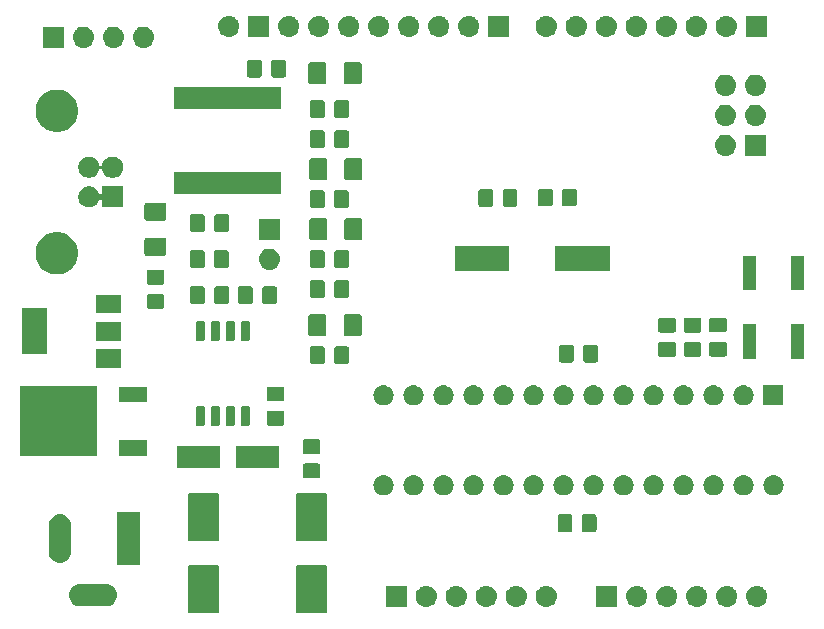
<source format=gbr>
G04 #@! TF.GenerationSoftware,KiCad,Pcbnew,(5.1.4-0-10_14)*
G04 #@! TF.CreationDate,2020-06-11T20:45:35+02:00*
G04 #@! TF.ProjectId,zArduino,7a417264-7569-46e6-9f2e-6b696361645f,rev?*
G04 #@! TF.SameCoordinates,Original*
G04 #@! TF.FileFunction,Soldermask,Top*
G04 #@! TF.FilePolarity,Negative*
%FSLAX46Y46*%
G04 Gerber Fmt 4.6, Leading zero omitted, Abs format (unit mm)*
G04 Created by KiCad (PCBNEW (5.1.4-0-10_14)) date 2020-06-11 20:45:35*
%MOMM*%
%LPD*%
G04 APERTURE LIST*
%ADD10C,0.100000*%
G04 APERTURE END LIST*
D10*
G36*
X145951934Y-121398671D02*
G01*
X145981877Y-121407754D01*
X146009465Y-121422500D01*
X146033651Y-121442349D01*
X146053500Y-121466535D01*
X146068246Y-121494123D01*
X146077329Y-121524066D01*
X146081000Y-121561340D01*
X146081000Y-125330660D01*
X146077329Y-125367934D01*
X146068246Y-125397877D01*
X146053500Y-125425465D01*
X146033651Y-125449651D01*
X146009465Y-125469500D01*
X145981877Y-125484246D01*
X145951934Y-125493329D01*
X145914660Y-125497000D01*
X143645340Y-125497000D01*
X143608066Y-125493329D01*
X143578123Y-125484246D01*
X143550535Y-125469500D01*
X143526349Y-125449651D01*
X143506500Y-125425465D01*
X143491754Y-125397877D01*
X143482671Y-125367934D01*
X143479000Y-125330660D01*
X143479000Y-121561340D01*
X143482671Y-121524066D01*
X143491754Y-121494123D01*
X143506500Y-121466535D01*
X143526349Y-121442349D01*
X143550535Y-121422500D01*
X143578123Y-121407754D01*
X143608066Y-121398671D01*
X143645340Y-121395000D01*
X145914660Y-121395000D01*
X145951934Y-121398671D01*
X145951934Y-121398671D01*
G37*
G36*
X136807934Y-121396671D02*
G01*
X136837877Y-121405754D01*
X136865465Y-121420500D01*
X136889651Y-121440349D01*
X136909500Y-121464535D01*
X136924246Y-121492123D01*
X136933329Y-121522066D01*
X136937000Y-121559340D01*
X136937000Y-125328660D01*
X136933329Y-125365934D01*
X136924246Y-125395877D01*
X136909500Y-125423465D01*
X136889651Y-125447651D01*
X136865465Y-125467500D01*
X136837877Y-125482246D01*
X136807934Y-125491329D01*
X136770660Y-125495000D01*
X134501340Y-125495000D01*
X134464066Y-125491329D01*
X134434123Y-125482246D01*
X134406535Y-125467500D01*
X134382349Y-125447651D01*
X134362500Y-125423465D01*
X134347754Y-125395877D01*
X134338671Y-125365934D01*
X134335000Y-125328660D01*
X134335000Y-121559340D01*
X134338671Y-121522066D01*
X134347754Y-121492123D01*
X134362500Y-121464535D01*
X134382349Y-121440349D01*
X134406535Y-121420500D01*
X134434123Y-121405754D01*
X134464066Y-121396671D01*
X134501340Y-121393000D01*
X136770660Y-121393000D01*
X136807934Y-121396671D01*
X136807934Y-121396671D01*
G37*
G36*
X177504042Y-123159118D02*
G01*
X177570227Y-123165637D01*
X177740066Y-123217157D01*
X177896591Y-123300822D01*
X177932329Y-123330152D01*
X178033786Y-123413414D01*
X178117048Y-123514871D01*
X178146378Y-123550609D01*
X178230043Y-123707134D01*
X178281563Y-123876973D01*
X178298959Y-124053600D01*
X178281563Y-124230227D01*
X178230043Y-124400066D01*
X178146378Y-124556591D01*
X178117048Y-124592329D01*
X178033786Y-124693786D01*
X177932329Y-124777048D01*
X177896591Y-124806378D01*
X177740066Y-124890043D01*
X177570227Y-124941563D01*
X177504043Y-124948081D01*
X177437860Y-124954600D01*
X177349340Y-124954600D01*
X177283157Y-124948081D01*
X177216973Y-124941563D01*
X177047134Y-124890043D01*
X176890609Y-124806378D01*
X176854871Y-124777048D01*
X176753414Y-124693786D01*
X176670152Y-124592329D01*
X176640822Y-124556591D01*
X176557157Y-124400066D01*
X176505637Y-124230227D01*
X176488241Y-124053600D01*
X176505637Y-123876973D01*
X176557157Y-123707134D01*
X176640822Y-123550609D01*
X176670152Y-123514871D01*
X176753414Y-123413414D01*
X176854871Y-123330152D01*
X176890609Y-123300822D01*
X177047134Y-123217157D01*
X177216973Y-123165637D01*
X177283158Y-123159118D01*
X177349340Y-123152600D01*
X177437860Y-123152600D01*
X177504042Y-123159118D01*
X177504042Y-123159118D01*
G37*
G36*
X174964042Y-123159118D02*
G01*
X175030227Y-123165637D01*
X175200066Y-123217157D01*
X175356591Y-123300822D01*
X175392329Y-123330152D01*
X175493786Y-123413414D01*
X175577048Y-123514871D01*
X175606378Y-123550609D01*
X175690043Y-123707134D01*
X175741563Y-123876973D01*
X175758959Y-124053600D01*
X175741563Y-124230227D01*
X175690043Y-124400066D01*
X175606378Y-124556591D01*
X175577048Y-124592329D01*
X175493786Y-124693786D01*
X175392329Y-124777048D01*
X175356591Y-124806378D01*
X175200066Y-124890043D01*
X175030227Y-124941563D01*
X174964043Y-124948081D01*
X174897860Y-124954600D01*
X174809340Y-124954600D01*
X174743157Y-124948081D01*
X174676973Y-124941563D01*
X174507134Y-124890043D01*
X174350609Y-124806378D01*
X174314871Y-124777048D01*
X174213414Y-124693786D01*
X174130152Y-124592329D01*
X174100822Y-124556591D01*
X174017157Y-124400066D01*
X173965637Y-124230227D01*
X173948241Y-124053600D01*
X173965637Y-123876973D01*
X174017157Y-123707134D01*
X174100822Y-123550609D01*
X174130152Y-123514871D01*
X174213414Y-123413414D01*
X174314871Y-123330152D01*
X174350609Y-123300822D01*
X174507134Y-123217157D01*
X174676973Y-123165637D01*
X174743158Y-123159118D01*
X174809340Y-123152600D01*
X174897860Y-123152600D01*
X174964042Y-123159118D01*
X174964042Y-123159118D01*
G37*
G36*
X172424042Y-123159118D02*
G01*
X172490227Y-123165637D01*
X172660066Y-123217157D01*
X172816591Y-123300822D01*
X172852329Y-123330152D01*
X172953786Y-123413414D01*
X173037048Y-123514871D01*
X173066378Y-123550609D01*
X173150043Y-123707134D01*
X173201563Y-123876973D01*
X173218959Y-124053600D01*
X173201563Y-124230227D01*
X173150043Y-124400066D01*
X173066378Y-124556591D01*
X173037048Y-124592329D01*
X172953786Y-124693786D01*
X172852329Y-124777048D01*
X172816591Y-124806378D01*
X172660066Y-124890043D01*
X172490227Y-124941563D01*
X172424043Y-124948081D01*
X172357860Y-124954600D01*
X172269340Y-124954600D01*
X172203157Y-124948081D01*
X172136973Y-124941563D01*
X171967134Y-124890043D01*
X171810609Y-124806378D01*
X171774871Y-124777048D01*
X171673414Y-124693786D01*
X171590152Y-124592329D01*
X171560822Y-124556591D01*
X171477157Y-124400066D01*
X171425637Y-124230227D01*
X171408241Y-124053600D01*
X171425637Y-123876973D01*
X171477157Y-123707134D01*
X171560822Y-123550609D01*
X171590152Y-123514871D01*
X171673414Y-123413414D01*
X171774871Y-123330152D01*
X171810609Y-123300822D01*
X171967134Y-123217157D01*
X172136973Y-123165637D01*
X172203158Y-123159118D01*
X172269340Y-123152600D01*
X172357860Y-123152600D01*
X172424042Y-123159118D01*
X172424042Y-123159118D01*
G37*
G36*
X170674600Y-124954600D02*
G01*
X168872600Y-124954600D01*
X168872600Y-123152600D01*
X170674600Y-123152600D01*
X170674600Y-124954600D01*
X170674600Y-124954600D01*
G37*
G36*
X164778642Y-123159118D02*
G01*
X164844827Y-123165637D01*
X165014666Y-123217157D01*
X165171191Y-123300822D01*
X165206929Y-123330152D01*
X165308386Y-123413414D01*
X165391648Y-123514871D01*
X165420978Y-123550609D01*
X165504643Y-123707134D01*
X165556163Y-123876973D01*
X165573559Y-124053600D01*
X165556163Y-124230227D01*
X165504643Y-124400066D01*
X165420978Y-124556591D01*
X165391648Y-124592329D01*
X165308386Y-124693786D01*
X165206929Y-124777048D01*
X165171191Y-124806378D01*
X165014666Y-124890043D01*
X164844827Y-124941563D01*
X164778643Y-124948081D01*
X164712460Y-124954600D01*
X164623940Y-124954600D01*
X164557757Y-124948081D01*
X164491573Y-124941563D01*
X164321734Y-124890043D01*
X164165209Y-124806378D01*
X164129471Y-124777048D01*
X164028014Y-124693786D01*
X163944752Y-124592329D01*
X163915422Y-124556591D01*
X163831757Y-124400066D01*
X163780237Y-124230227D01*
X163762841Y-124053600D01*
X163780237Y-123876973D01*
X163831757Y-123707134D01*
X163915422Y-123550609D01*
X163944752Y-123514871D01*
X164028014Y-123413414D01*
X164129471Y-123330152D01*
X164165209Y-123300822D01*
X164321734Y-123217157D01*
X164491573Y-123165637D01*
X164557758Y-123159118D01*
X164623940Y-123152600D01*
X164712460Y-123152600D01*
X164778642Y-123159118D01*
X164778642Y-123159118D01*
G37*
G36*
X162238642Y-123159118D02*
G01*
X162304827Y-123165637D01*
X162474666Y-123217157D01*
X162631191Y-123300822D01*
X162666929Y-123330152D01*
X162768386Y-123413414D01*
X162851648Y-123514871D01*
X162880978Y-123550609D01*
X162964643Y-123707134D01*
X163016163Y-123876973D01*
X163033559Y-124053600D01*
X163016163Y-124230227D01*
X162964643Y-124400066D01*
X162880978Y-124556591D01*
X162851648Y-124592329D01*
X162768386Y-124693786D01*
X162666929Y-124777048D01*
X162631191Y-124806378D01*
X162474666Y-124890043D01*
X162304827Y-124941563D01*
X162238643Y-124948081D01*
X162172460Y-124954600D01*
X162083940Y-124954600D01*
X162017757Y-124948081D01*
X161951573Y-124941563D01*
X161781734Y-124890043D01*
X161625209Y-124806378D01*
X161589471Y-124777048D01*
X161488014Y-124693786D01*
X161404752Y-124592329D01*
X161375422Y-124556591D01*
X161291757Y-124400066D01*
X161240237Y-124230227D01*
X161222841Y-124053600D01*
X161240237Y-123876973D01*
X161291757Y-123707134D01*
X161375422Y-123550609D01*
X161404752Y-123514871D01*
X161488014Y-123413414D01*
X161589471Y-123330152D01*
X161625209Y-123300822D01*
X161781734Y-123217157D01*
X161951573Y-123165637D01*
X162017758Y-123159118D01*
X162083940Y-123152600D01*
X162172460Y-123152600D01*
X162238642Y-123159118D01*
X162238642Y-123159118D01*
G37*
G36*
X159698642Y-123159118D02*
G01*
X159764827Y-123165637D01*
X159934666Y-123217157D01*
X160091191Y-123300822D01*
X160126929Y-123330152D01*
X160228386Y-123413414D01*
X160311648Y-123514871D01*
X160340978Y-123550609D01*
X160424643Y-123707134D01*
X160476163Y-123876973D01*
X160493559Y-124053600D01*
X160476163Y-124230227D01*
X160424643Y-124400066D01*
X160340978Y-124556591D01*
X160311648Y-124592329D01*
X160228386Y-124693786D01*
X160126929Y-124777048D01*
X160091191Y-124806378D01*
X159934666Y-124890043D01*
X159764827Y-124941563D01*
X159698643Y-124948081D01*
X159632460Y-124954600D01*
X159543940Y-124954600D01*
X159477757Y-124948081D01*
X159411573Y-124941563D01*
X159241734Y-124890043D01*
X159085209Y-124806378D01*
X159049471Y-124777048D01*
X158948014Y-124693786D01*
X158864752Y-124592329D01*
X158835422Y-124556591D01*
X158751757Y-124400066D01*
X158700237Y-124230227D01*
X158682841Y-124053600D01*
X158700237Y-123876973D01*
X158751757Y-123707134D01*
X158835422Y-123550609D01*
X158864752Y-123514871D01*
X158948014Y-123413414D01*
X159049471Y-123330152D01*
X159085209Y-123300822D01*
X159241734Y-123217157D01*
X159411573Y-123165637D01*
X159477758Y-123159118D01*
X159543940Y-123152600D01*
X159632460Y-123152600D01*
X159698642Y-123159118D01*
X159698642Y-123159118D01*
G37*
G36*
X157158642Y-123159118D02*
G01*
X157224827Y-123165637D01*
X157394666Y-123217157D01*
X157551191Y-123300822D01*
X157586929Y-123330152D01*
X157688386Y-123413414D01*
X157771648Y-123514871D01*
X157800978Y-123550609D01*
X157884643Y-123707134D01*
X157936163Y-123876973D01*
X157953559Y-124053600D01*
X157936163Y-124230227D01*
X157884643Y-124400066D01*
X157800978Y-124556591D01*
X157771648Y-124592329D01*
X157688386Y-124693786D01*
X157586929Y-124777048D01*
X157551191Y-124806378D01*
X157394666Y-124890043D01*
X157224827Y-124941563D01*
X157158643Y-124948081D01*
X157092460Y-124954600D01*
X157003940Y-124954600D01*
X156937757Y-124948081D01*
X156871573Y-124941563D01*
X156701734Y-124890043D01*
X156545209Y-124806378D01*
X156509471Y-124777048D01*
X156408014Y-124693786D01*
X156324752Y-124592329D01*
X156295422Y-124556591D01*
X156211757Y-124400066D01*
X156160237Y-124230227D01*
X156142841Y-124053600D01*
X156160237Y-123876973D01*
X156211757Y-123707134D01*
X156295422Y-123550609D01*
X156324752Y-123514871D01*
X156408014Y-123413414D01*
X156509471Y-123330152D01*
X156545209Y-123300822D01*
X156701734Y-123217157D01*
X156871573Y-123165637D01*
X156937758Y-123159118D01*
X157003940Y-123152600D01*
X157092460Y-123152600D01*
X157158642Y-123159118D01*
X157158642Y-123159118D01*
G37*
G36*
X154618642Y-123159118D02*
G01*
X154684827Y-123165637D01*
X154854666Y-123217157D01*
X155011191Y-123300822D01*
X155046929Y-123330152D01*
X155148386Y-123413414D01*
X155231648Y-123514871D01*
X155260978Y-123550609D01*
X155344643Y-123707134D01*
X155396163Y-123876973D01*
X155413559Y-124053600D01*
X155396163Y-124230227D01*
X155344643Y-124400066D01*
X155260978Y-124556591D01*
X155231648Y-124592329D01*
X155148386Y-124693786D01*
X155046929Y-124777048D01*
X155011191Y-124806378D01*
X154854666Y-124890043D01*
X154684827Y-124941563D01*
X154618643Y-124948081D01*
X154552460Y-124954600D01*
X154463940Y-124954600D01*
X154397757Y-124948081D01*
X154331573Y-124941563D01*
X154161734Y-124890043D01*
X154005209Y-124806378D01*
X153969471Y-124777048D01*
X153868014Y-124693786D01*
X153784752Y-124592329D01*
X153755422Y-124556591D01*
X153671757Y-124400066D01*
X153620237Y-124230227D01*
X153602841Y-124053600D01*
X153620237Y-123876973D01*
X153671757Y-123707134D01*
X153755422Y-123550609D01*
X153784752Y-123514871D01*
X153868014Y-123413414D01*
X153969471Y-123330152D01*
X154005209Y-123300822D01*
X154161734Y-123217157D01*
X154331573Y-123165637D01*
X154397758Y-123159118D01*
X154463940Y-123152600D01*
X154552460Y-123152600D01*
X154618642Y-123159118D01*
X154618642Y-123159118D01*
G37*
G36*
X152869200Y-124954600D02*
G01*
X151067200Y-124954600D01*
X151067200Y-123152600D01*
X152869200Y-123152600D01*
X152869200Y-124954600D01*
X152869200Y-124954600D01*
G37*
G36*
X182584042Y-123159118D02*
G01*
X182650227Y-123165637D01*
X182820066Y-123217157D01*
X182976591Y-123300822D01*
X183012329Y-123330152D01*
X183113786Y-123413414D01*
X183197048Y-123514871D01*
X183226378Y-123550609D01*
X183310043Y-123707134D01*
X183361563Y-123876973D01*
X183378959Y-124053600D01*
X183361563Y-124230227D01*
X183310043Y-124400066D01*
X183226378Y-124556591D01*
X183197048Y-124592329D01*
X183113786Y-124693786D01*
X183012329Y-124777048D01*
X182976591Y-124806378D01*
X182820066Y-124890043D01*
X182650227Y-124941563D01*
X182584043Y-124948081D01*
X182517860Y-124954600D01*
X182429340Y-124954600D01*
X182363157Y-124948081D01*
X182296973Y-124941563D01*
X182127134Y-124890043D01*
X181970609Y-124806378D01*
X181934871Y-124777048D01*
X181833414Y-124693786D01*
X181750152Y-124592329D01*
X181720822Y-124556591D01*
X181637157Y-124400066D01*
X181585637Y-124230227D01*
X181568241Y-124053600D01*
X181585637Y-123876973D01*
X181637157Y-123707134D01*
X181720822Y-123550609D01*
X181750152Y-123514871D01*
X181833414Y-123413414D01*
X181934871Y-123330152D01*
X181970609Y-123300822D01*
X182127134Y-123217157D01*
X182296973Y-123165637D01*
X182363158Y-123159118D01*
X182429340Y-123152600D01*
X182517860Y-123152600D01*
X182584042Y-123159118D01*
X182584042Y-123159118D01*
G37*
G36*
X180044042Y-123159118D02*
G01*
X180110227Y-123165637D01*
X180280066Y-123217157D01*
X180436591Y-123300822D01*
X180472329Y-123330152D01*
X180573786Y-123413414D01*
X180657048Y-123514871D01*
X180686378Y-123550609D01*
X180770043Y-123707134D01*
X180821563Y-123876973D01*
X180838959Y-124053600D01*
X180821563Y-124230227D01*
X180770043Y-124400066D01*
X180686378Y-124556591D01*
X180657048Y-124592329D01*
X180573786Y-124693786D01*
X180472329Y-124777048D01*
X180436591Y-124806378D01*
X180280066Y-124890043D01*
X180110227Y-124941563D01*
X180044043Y-124948081D01*
X179977860Y-124954600D01*
X179889340Y-124954600D01*
X179823157Y-124948081D01*
X179756973Y-124941563D01*
X179587134Y-124890043D01*
X179430609Y-124806378D01*
X179394871Y-124777048D01*
X179293414Y-124693786D01*
X179210152Y-124592329D01*
X179180822Y-124556591D01*
X179097157Y-124400066D01*
X179045637Y-124230227D01*
X179028241Y-124053600D01*
X179045637Y-123876973D01*
X179097157Y-123707134D01*
X179180822Y-123550609D01*
X179210152Y-123514871D01*
X179293414Y-123413414D01*
X179394871Y-123330152D01*
X179430609Y-123300822D01*
X179587134Y-123217157D01*
X179756973Y-123165637D01*
X179823158Y-123159118D01*
X179889340Y-123152600D01*
X179977860Y-123152600D01*
X180044042Y-123159118D01*
X180044042Y-123159118D01*
G37*
G36*
X127572425Y-123014160D02*
G01*
X127572428Y-123014161D01*
X127572429Y-123014161D01*
X127751693Y-123068540D01*
X127751696Y-123068542D01*
X127751697Y-123068542D01*
X127916903Y-123156846D01*
X128061712Y-123275688D01*
X128180554Y-123420497D01*
X128250100Y-123550609D01*
X128268860Y-123585707D01*
X128305694Y-123707134D01*
X128323240Y-123764975D01*
X128341601Y-123951400D01*
X128323240Y-124137825D01*
X128323239Y-124137828D01*
X128323239Y-124137829D01*
X128268860Y-124317093D01*
X128268858Y-124317096D01*
X128268858Y-124317097D01*
X128180554Y-124482303D01*
X128061712Y-124627112D01*
X127916903Y-124745954D01*
X127751697Y-124834258D01*
X127751693Y-124834260D01*
X127572429Y-124888639D01*
X127572428Y-124888639D01*
X127572425Y-124888640D01*
X127432718Y-124902400D01*
X125139282Y-124902400D01*
X124999575Y-124888640D01*
X124999572Y-124888639D01*
X124999571Y-124888639D01*
X124820307Y-124834260D01*
X124820303Y-124834258D01*
X124655097Y-124745954D01*
X124510288Y-124627112D01*
X124391446Y-124482303D01*
X124303142Y-124317097D01*
X124303142Y-124317096D01*
X124303140Y-124317093D01*
X124248761Y-124137829D01*
X124248761Y-124137828D01*
X124248760Y-124137825D01*
X124230399Y-123951400D01*
X124248760Y-123764975D01*
X124266306Y-123707134D01*
X124303140Y-123585707D01*
X124321900Y-123550609D01*
X124391446Y-123420497D01*
X124510288Y-123275688D01*
X124655097Y-123156846D01*
X124820303Y-123068542D01*
X124820304Y-123068542D01*
X124820307Y-123068540D01*
X124999571Y-123014161D01*
X124999572Y-123014161D01*
X124999575Y-123014160D01*
X125139282Y-123000400D01*
X127432718Y-123000400D01*
X127572425Y-123014160D01*
X127572425Y-123014160D01*
G37*
G36*
X130237000Y-121402400D02*
G01*
X128335000Y-121402400D01*
X128335000Y-116900400D01*
X130237000Y-116900400D01*
X130237000Y-121402400D01*
X130237000Y-121402400D01*
G37*
G36*
X123672425Y-117114160D02*
G01*
X123672428Y-117114161D01*
X123672429Y-117114161D01*
X123851693Y-117168540D01*
X123851696Y-117168542D01*
X123851697Y-117168542D01*
X124016903Y-117256846D01*
X124161712Y-117375688D01*
X124280554Y-117520497D01*
X124368858Y-117685703D01*
X124368860Y-117685707D01*
X124423239Y-117864971D01*
X124423240Y-117864975D01*
X124437000Y-118004682D01*
X124437000Y-120298118D01*
X124423240Y-120437825D01*
X124423239Y-120437828D01*
X124423239Y-120437829D01*
X124368860Y-120617093D01*
X124368858Y-120617096D01*
X124368858Y-120617097D01*
X124280554Y-120782303D01*
X124161712Y-120927112D01*
X124016903Y-121045954D01*
X123851696Y-121134258D01*
X123851692Y-121134260D01*
X123672428Y-121188639D01*
X123672427Y-121188639D01*
X123672424Y-121188640D01*
X123486000Y-121207001D01*
X123299575Y-121188640D01*
X123299572Y-121188639D01*
X123299571Y-121188639D01*
X123120307Y-121134260D01*
X123120303Y-121134258D01*
X122955097Y-121045954D01*
X122810288Y-120927112D01*
X122691446Y-120782303D01*
X122603142Y-120617096D01*
X122603141Y-120617093D01*
X122603140Y-120617092D01*
X122548761Y-120437828D01*
X122548761Y-120437827D01*
X122548760Y-120437824D01*
X122535000Y-120298117D01*
X122535001Y-118004682D01*
X122548761Y-117864975D01*
X122548762Y-117864971D01*
X122603141Y-117685707D01*
X122603143Y-117685703D01*
X122691447Y-117520497D01*
X122810289Y-117375688D01*
X122955098Y-117256846D01*
X123120304Y-117168542D01*
X123120305Y-117168542D01*
X123120308Y-117168540D01*
X123299572Y-117114161D01*
X123299573Y-117114161D01*
X123299576Y-117114160D01*
X123486000Y-117095799D01*
X123672425Y-117114160D01*
X123672425Y-117114160D01*
G37*
G36*
X145951934Y-115298671D02*
G01*
X145981877Y-115307754D01*
X146009465Y-115322500D01*
X146033651Y-115342349D01*
X146053500Y-115366535D01*
X146068246Y-115394123D01*
X146077329Y-115424066D01*
X146081000Y-115461340D01*
X146081000Y-119230660D01*
X146077329Y-119267934D01*
X146068246Y-119297877D01*
X146053500Y-119325465D01*
X146033651Y-119349651D01*
X146009465Y-119369500D01*
X145981877Y-119384246D01*
X145951934Y-119393329D01*
X145914660Y-119397000D01*
X143645340Y-119397000D01*
X143608066Y-119393329D01*
X143578123Y-119384246D01*
X143550535Y-119369500D01*
X143526349Y-119349651D01*
X143506500Y-119325465D01*
X143491754Y-119297877D01*
X143482671Y-119267934D01*
X143479000Y-119230660D01*
X143479000Y-115461340D01*
X143482671Y-115424066D01*
X143491754Y-115394123D01*
X143506500Y-115366535D01*
X143526349Y-115342349D01*
X143550535Y-115322500D01*
X143578123Y-115307754D01*
X143608066Y-115298671D01*
X143645340Y-115295000D01*
X145914660Y-115295000D01*
X145951934Y-115298671D01*
X145951934Y-115298671D01*
G37*
G36*
X136807934Y-115296671D02*
G01*
X136837877Y-115305754D01*
X136865465Y-115320500D01*
X136889651Y-115340349D01*
X136909500Y-115364535D01*
X136924246Y-115392123D01*
X136933329Y-115422066D01*
X136937000Y-115459340D01*
X136937000Y-119228660D01*
X136933329Y-119265934D01*
X136924246Y-119295877D01*
X136909500Y-119323465D01*
X136889651Y-119347651D01*
X136865465Y-119367500D01*
X136837877Y-119382246D01*
X136807934Y-119391329D01*
X136770660Y-119395000D01*
X134501340Y-119395000D01*
X134464066Y-119391329D01*
X134434123Y-119382246D01*
X134406535Y-119367500D01*
X134382349Y-119347651D01*
X134362500Y-119323465D01*
X134347754Y-119295877D01*
X134338671Y-119265934D01*
X134335000Y-119228660D01*
X134335000Y-115459340D01*
X134338671Y-115422066D01*
X134347754Y-115392123D01*
X134362500Y-115364535D01*
X134382349Y-115340349D01*
X134406535Y-115320500D01*
X134434123Y-115305754D01*
X134464066Y-115296671D01*
X134501340Y-115293000D01*
X136770660Y-115293000D01*
X136807934Y-115296671D01*
X136807934Y-115296671D01*
G37*
G36*
X168756674Y-117109465D02*
G01*
X168794367Y-117120899D01*
X168829103Y-117139466D01*
X168859548Y-117164452D01*
X168884534Y-117194897D01*
X168903101Y-117229633D01*
X168914535Y-117267326D01*
X168919000Y-117312661D01*
X168919000Y-118399339D01*
X168914535Y-118444674D01*
X168903101Y-118482367D01*
X168884534Y-118517103D01*
X168859548Y-118547548D01*
X168829103Y-118572534D01*
X168794367Y-118591101D01*
X168756674Y-118602535D01*
X168711339Y-118607000D01*
X167874661Y-118607000D01*
X167829326Y-118602535D01*
X167791633Y-118591101D01*
X167756897Y-118572534D01*
X167726452Y-118547548D01*
X167701466Y-118517103D01*
X167682899Y-118482367D01*
X167671465Y-118444674D01*
X167667000Y-118399339D01*
X167667000Y-117312661D01*
X167671465Y-117267326D01*
X167682899Y-117229633D01*
X167701466Y-117194897D01*
X167726452Y-117164452D01*
X167756897Y-117139466D01*
X167791633Y-117120899D01*
X167829326Y-117109465D01*
X167874661Y-117105000D01*
X168711339Y-117105000D01*
X168756674Y-117109465D01*
X168756674Y-117109465D01*
G37*
G36*
X166706674Y-117109465D02*
G01*
X166744367Y-117120899D01*
X166779103Y-117139466D01*
X166809548Y-117164452D01*
X166834534Y-117194897D01*
X166853101Y-117229633D01*
X166864535Y-117267326D01*
X166869000Y-117312661D01*
X166869000Y-118399339D01*
X166864535Y-118444674D01*
X166853101Y-118482367D01*
X166834534Y-118517103D01*
X166809548Y-118547548D01*
X166779103Y-118572534D01*
X166744367Y-118591101D01*
X166706674Y-118602535D01*
X166661339Y-118607000D01*
X165824661Y-118607000D01*
X165779326Y-118602535D01*
X165741633Y-118591101D01*
X165706897Y-118572534D01*
X165676452Y-118547548D01*
X165651466Y-118517103D01*
X165632899Y-118482367D01*
X165621465Y-118444674D01*
X165617000Y-118399339D01*
X165617000Y-117312661D01*
X165621465Y-117267326D01*
X165632899Y-117229633D01*
X165651466Y-117194897D01*
X165676452Y-117164452D01*
X165706897Y-117139466D01*
X165741633Y-117120899D01*
X165779326Y-117109465D01*
X165824661Y-117105000D01*
X166661339Y-117105000D01*
X166706674Y-117109465D01*
X166706674Y-117109465D01*
G37*
G36*
X178982823Y-113816913D02*
G01*
X179143242Y-113865576D01*
X179254487Y-113925038D01*
X179291078Y-113944596D01*
X179420659Y-114050941D01*
X179527004Y-114180522D01*
X179527005Y-114180524D01*
X179606024Y-114328358D01*
X179654687Y-114488777D01*
X179671117Y-114655600D01*
X179654687Y-114822423D01*
X179606024Y-114982842D01*
X179535114Y-115115506D01*
X179527004Y-115130678D01*
X179420659Y-115260259D01*
X179291078Y-115366604D01*
X179291076Y-115366605D01*
X179143242Y-115445624D01*
X178982823Y-115494287D01*
X178857804Y-115506600D01*
X178774196Y-115506600D01*
X178649177Y-115494287D01*
X178488758Y-115445624D01*
X178340924Y-115366605D01*
X178340922Y-115366604D01*
X178211341Y-115260259D01*
X178104996Y-115130678D01*
X178096886Y-115115506D01*
X178025976Y-114982842D01*
X177977313Y-114822423D01*
X177960883Y-114655600D01*
X177977313Y-114488777D01*
X178025976Y-114328358D01*
X178104995Y-114180524D01*
X178104996Y-114180522D01*
X178211341Y-114050941D01*
X178340922Y-113944596D01*
X178377513Y-113925038D01*
X178488758Y-113865576D01*
X178649177Y-113816913D01*
X178774196Y-113804600D01*
X178857804Y-113804600D01*
X178982823Y-113816913D01*
X178982823Y-113816913D01*
G37*
G36*
X184062823Y-113816913D02*
G01*
X184223242Y-113865576D01*
X184334487Y-113925038D01*
X184371078Y-113944596D01*
X184500659Y-114050941D01*
X184607004Y-114180522D01*
X184607005Y-114180524D01*
X184686024Y-114328358D01*
X184734687Y-114488777D01*
X184751117Y-114655600D01*
X184734687Y-114822423D01*
X184686024Y-114982842D01*
X184615114Y-115115506D01*
X184607004Y-115130678D01*
X184500659Y-115260259D01*
X184371078Y-115366604D01*
X184371076Y-115366605D01*
X184223242Y-115445624D01*
X184062823Y-115494287D01*
X183937804Y-115506600D01*
X183854196Y-115506600D01*
X183729177Y-115494287D01*
X183568758Y-115445624D01*
X183420924Y-115366605D01*
X183420922Y-115366604D01*
X183291341Y-115260259D01*
X183184996Y-115130678D01*
X183176886Y-115115506D01*
X183105976Y-114982842D01*
X183057313Y-114822423D01*
X183040883Y-114655600D01*
X183057313Y-114488777D01*
X183105976Y-114328358D01*
X183184995Y-114180524D01*
X183184996Y-114180522D01*
X183291341Y-114050941D01*
X183420922Y-113944596D01*
X183457513Y-113925038D01*
X183568758Y-113865576D01*
X183729177Y-113816913D01*
X183854196Y-113804600D01*
X183937804Y-113804600D01*
X184062823Y-113816913D01*
X184062823Y-113816913D01*
G37*
G36*
X181522823Y-113816913D02*
G01*
X181683242Y-113865576D01*
X181794487Y-113925038D01*
X181831078Y-113944596D01*
X181960659Y-114050941D01*
X182067004Y-114180522D01*
X182067005Y-114180524D01*
X182146024Y-114328358D01*
X182194687Y-114488777D01*
X182211117Y-114655600D01*
X182194687Y-114822423D01*
X182146024Y-114982842D01*
X182075114Y-115115506D01*
X182067004Y-115130678D01*
X181960659Y-115260259D01*
X181831078Y-115366604D01*
X181831076Y-115366605D01*
X181683242Y-115445624D01*
X181522823Y-115494287D01*
X181397804Y-115506600D01*
X181314196Y-115506600D01*
X181189177Y-115494287D01*
X181028758Y-115445624D01*
X180880924Y-115366605D01*
X180880922Y-115366604D01*
X180751341Y-115260259D01*
X180644996Y-115130678D01*
X180636886Y-115115506D01*
X180565976Y-114982842D01*
X180517313Y-114822423D01*
X180500883Y-114655600D01*
X180517313Y-114488777D01*
X180565976Y-114328358D01*
X180644995Y-114180524D01*
X180644996Y-114180522D01*
X180751341Y-114050941D01*
X180880922Y-113944596D01*
X180917513Y-113925038D01*
X181028758Y-113865576D01*
X181189177Y-113816913D01*
X181314196Y-113804600D01*
X181397804Y-113804600D01*
X181522823Y-113816913D01*
X181522823Y-113816913D01*
G37*
G36*
X176442823Y-113816913D02*
G01*
X176603242Y-113865576D01*
X176714487Y-113925038D01*
X176751078Y-113944596D01*
X176880659Y-114050941D01*
X176987004Y-114180522D01*
X176987005Y-114180524D01*
X177066024Y-114328358D01*
X177114687Y-114488777D01*
X177131117Y-114655600D01*
X177114687Y-114822423D01*
X177066024Y-114982842D01*
X176995114Y-115115506D01*
X176987004Y-115130678D01*
X176880659Y-115260259D01*
X176751078Y-115366604D01*
X176751076Y-115366605D01*
X176603242Y-115445624D01*
X176442823Y-115494287D01*
X176317804Y-115506600D01*
X176234196Y-115506600D01*
X176109177Y-115494287D01*
X175948758Y-115445624D01*
X175800924Y-115366605D01*
X175800922Y-115366604D01*
X175671341Y-115260259D01*
X175564996Y-115130678D01*
X175556886Y-115115506D01*
X175485976Y-114982842D01*
X175437313Y-114822423D01*
X175420883Y-114655600D01*
X175437313Y-114488777D01*
X175485976Y-114328358D01*
X175564995Y-114180524D01*
X175564996Y-114180522D01*
X175671341Y-114050941D01*
X175800922Y-113944596D01*
X175837513Y-113925038D01*
X175948758Y-113865576D01*
X176109177Y-113816913D01*
X176234196Y-113804600D01*
X176317804Y-113804600D01*
X176442823Y-113816913D01*
X176442823Y-113816913D01*
G37*
G36*
X173902823Y-113816913D02*
G01*
X174063242Y-113865576D01*
X174174487Y-113925038D01*
X174211078Y-113944596D01*
X174340659Y-114050941D01*
X174447004Y-114180522D01*
X174447005Y-114180524D01*
X174526024Y-114328358D01*
X174574687Y-114488777D01*
X174591117Y-114655600D01*
X174574687Y-114822423D01*
X174526024Y-114982842D01*
X174455114Y-115115506D01*
X174447004Y-115130678D01*
X174340659Y-115260259D01*
X174211078Y-115366604D01*
X174211076Y-115366605D01*
X174063242Y-115445624D01*
X173902823Y-115494287D01*
X173777804Y-115506600D01*
X173694196Y-115506600D01*
X173569177Y-115494287D01*
X173408758Y-115445624D01*
X173260924Y-115366605D01*
X173260922Y-115366604D01*
X173131341Y-115260259D01*
X173024996Y-115130678D01*
X173016886Y-115115506D01*
X172945976Y-114982842D01*
X172897313Y-114822423D01*
X172880883Y-114655600D01*
X172897313Y-114488777D01*
X172945976Y-114328358D01*
X173024995Y-114180524D01*
X173024996Y-114180522D01*
X173131341Y-114050941D01*
X173260922Y-113944596D01*
X173297513Y-113925038D01*
X173408758Y-113865576D01*
X173569177Y-113816913D01*
X173694196Y-113804600D01*
X173777804Y-113804600D01*
X173902823Y-113816913D01*
X173902823Y-113816913D01*
G37*
G36*
X171362823Y-113816913D02*
G01*
X171523242Y-113865576D01*
X171634487Y-113925038D01*
X171671078Y-113944596D01*
X171800659Y-114050941D01*
X171907004Y-114180522D01*
X171907005Y-114180524D01*
X171986024Y-114328358D01*
X172034687Y-114488777D01*
X172051117Y-114655600D01*
X172034687Y-114822423D01*
X171986024Y-114982842D01*
X171915114Y-115115506D01*
X171907004Y-115130678D01*
X171800659Y-115260259D01*
X171671078Y-115366604D01*
X171671076Y-115366605D01*
X171523242Y-115445624D01*
X171362823Y-115494287D01*
X171237804Y-115506600D01*
X171154196Y-115506600D01*
X171029177Y-115494287D01*
X170868758Y-115445624D01*
X170720924Y-115366605D01*
X170720922Y-115366604D01*
X170591341Y-115260259D01*
X170484996Y-115130678D01*
X170476886Y-115115506D01*
X170405976Y-114982842D01*
X170357313Y-114822423D01*
X170340883Y-114655600D01*
X170357313Y-114488777D01*
X170405976Y-114328358D01*
X170484995Y-114180524D01*
X170484996Y-114180522D01*
X170591341Y-114050941D01*
X170720922Y-113944596D01*
X170757513Y-113925038D01*
X170868758Y-113865576D01*
X171029177Y-113816913D01*
X171154196Y-113804600D01*
X171237804Y-113804600D01*
X171362823Y-113816913D01*
X171362823Y-113816913D01*
G37*
G36*
X168822823Y-113816913D02*
G01*
X168983242Y-113865576D01*
X169094487Y-113925038D01*
X169131078Y-113944596D01*
X169260659Y-114050941D01*
X169367004Y-114180522D01*
X169367005Y-114180524D01*
X169446024Y-114328358D01*
X169494687Y-114488777D01*
X169511117Y-114655600D01*
X169494687Y-114822423D01*
X169446024Y-114982842D01*
X169375114Y-115115506D01*
X169367004Y-115130678D01*
X169260659Y-115260259D01*
X169131078Y-115366604D01*
X169131076Y-115366605D01*
X168983242Y-115445624D01*
X168822823Y-115494287D01*
X168697804Y-115506600D01*
X168614196Y-115506600D01*
X168489177Y-115494287D01*
X168328758Y-115445624D01*
X168180924Y-115366605D01*
X168180922Y-115366604D01*
X168051341Y-115260259D01*
X167944996Y-115130678D01*
X167936886Y-115115506D01*
X167865976Y-114982842D01*
X167817313Y-114822423D01*
X167800883Y-114655600D01*
X167817313Y-114488777D01*
X167865976Y-114328358D01*
X167944995Y-114180524D01*
X167944996Y-114180522D01*
X168051341Y-114050941D01*
X168180922Y-113944596D01*
X168217513Y-113925038D01*
X168328758Y-113865576D01*
X168489177Y-113816913D01*
X168614196Y-113804600D01*
X168697804Y-113804600D01*
X168822823Y-113816913D01*
X168822823Y-113816913D01*
G37*
G36*
X166282823Y-113816913D02*
G01*
X166443242Y-113865576D01*
X166554487Y-113925038D01*
X166591078Y-113944596D01*
X166720659Y-114050941D01*
X166827004Y-114180522D01*
X166827005Y-114180524D01*
X166906024Y-114328358D01*
X166954687Y-114488777D01*
X166971117Y-114655600D01*
X166954687Y-114822423D01*
X166906024Y-114982842D01*
X166835114Y-115115506D01*
X166827004Y-115130678D01*
X166720659Y-115260259D01*
X166591078Y-115366604D01*
X166591076Y-115366605D01*
X166443242Y-115445624D01*
X166282823Y-115494287D01*
X166157804Y-115506600D01*
X166074196Y-115506600D01*
X165949177Y-115494287D01*
X165788758Y-115445624D01*
X165640924Y-115366605D01*
X165640922Y-115366604D01*
X165511341Y-115260259D01*
X165404996Y-115130678D01*
X165396886Y-115115506D01*
X165325976Y-114982842D01*
X165277313Y-114822423D01*
X165260883Y-114655600D01*
X165277313Y-114488777D01*
X165325976Y-114328358D01*
X165404995Y-114180524D01*
X165404996Y-114180522D01*
X165511341Y-114050941D01*
X165640922Y-113944596D01*
X165677513Y-113925038D01*
X165788758Y-113865576D01*
X165949177Y-113816913D01*
X166074196Y-113804600D01*
X166157804Y-113804600D01*
X166282823Y-113816913D01*
X166282823Y-113816913D01*
G37*
G36*
X163742823Y-113816913D02*
G01*
X163903242Y-113865576D01*
X164014487Y-113925038D01*
X164051078Y-113944596D01*
X164180659Y-114050941D01*
X164287004Y-114180522D01*
X164287005Y-114180524D01*
X164366024Y-114328358D01*
X164414687Y-114488777D01*
X164431117Y-114655600D01*
X164414687Y-114822423D01*
X164366024Y-114982842D01*
X164295114Y-115115506D01*
X164287004Y-115130678D01*
X164180659Y-115260259D01*
X164051078Y-115366604D01*
X164051076Y-115366605D01*
X163903242Y-115445624D01*
X163742823Y-115494287D01*
X163617804Y-115506600D01*
X163534196Y-115506600D01*
X163409177Y-115494287D01*
X163248758Y-115445624D01*
X163100924Y-115366605D01*
X163100922Y-115366604D01*
X162971341Y-115260259D01*
X162864996Y-115130678D01*
X162856886Y-115115506D01*
X162785976Y-114982842D01*
X162737313Y-114822423D01*
X162720883Y-114655600D01*
X162737313Y-114488777D01*
X162785976Y-114328358D01*
X162864995Y-114180524D01*
X162864996Y-114180522D01*
X162971341Y-114050941D01*
X163100922Y-113944596D01*
X163137513Y-113925038D01*
X163248758Y-113865576D01*
X163409177Y-113816913D01*
X163534196Y-113804600D01*
X163617804Y-113804600D01*
X163742823Y-113816913D01*
X163742823Y-113816913D01*
G37*
G36*
X161202823Y-113816913D02*
G01*
X161363242Y-113865576D01*
X161474487Y-113925038D01*
X161511078Y-113944596D01*
X161640659Y-114050941D01*
X161747004Y-114180522D01*
X161747005Y-114180524D01*
X161826024Y-114328358D01*
X161874687Y-114488777D01*
X161891117Y-114655600D01*
X161874687Y-114822423D01*
X161826024Y-114982842D01*
X161755114Y-115115506D01*
X161747004Y-115130678D01*
X161640659Y-115260259D01*
X161511078Y-115366604D01*
X161511076Y-115366605D01*
X161363242Y-115445624D01*
X161202823Y-115494287D01*
X161077804Y-115506600D01*
X160994196Y-115506600D01*
X160869177Y-115494287D01*
X160708758Y-115445624D01*
X160560924Y-115366605D01*
X160560922Y-115366604D01*
X160431341Y-115260259D01*
X160324996Y-115130678D01*
X160316886Y-115115506D01*
X160245976Y-114982842D01*
X160197313Y-114822423D01*
X160180883Y-114655600D01*
X160197313Y-114488777D01*
X160245976Y-114328358D01*
X160324995Y-114180524D01*
X160324996Y-114180522D01*
X160431341Y-114050941D01*
X160560922Y-113944596D01*
X160597513Y-113925038D01*
X160708758Y-113865576D01*
X160869177Y-113816913D01*
X160994196Y-113804600D01*
X161077804Y-113804600D01*
X161202823Y-113816913D01*
X161202823Y-113816913D01*
G37*
G36*
X158662823Y-113816913D02*
G01*
X158823242Y-113865576D01*
X158934487Y-113925038D01*
X158971078Y-113944596D01*
X159100659Y-114050941D01*
X159207004Y-114180522D01*
X159207005Y-114180524D01*
X159286024Y-114328358D01*
X159334687Y-114488777D01*
X159351117Y-114655600D01*
X159334687Y-114822423D01*
X159286024Y-114982842D01*
X159215114Y-115115506D01*
X159207004Y-115130678D01*
X159100659Y-115260259D01*
X158971078Y-115366604D01*
X158971076Y-115366605D01*
X158823242Y-115445624D01*
X158662823Y-115494287D01*
X158537804Y-115506600D01*
X158454196Y-115506600D01*
X158329177Y-115494287D01*
X158168758Y-115445624D01*
X158020924Y-115366605D01*
X158020922Y-115366604D01*
X157891341Y-115260259D01*
X157784996Y-115130678D01*
X157776886Y-115115506D01*
X157705976Y-114982842D01*
X157657313Y-114822423D01*
X157640883Y-114655600D01*
X157657313Y-114488777D01*
X157705976Y-114328358D01*
X157784995Y-114180524D01*
X157784996Y-114180522D01*
X157891341Y-114050941D01*
X158020922Y-113944596D01*
X158057513Y-113925038D01*
X158168758Y-113865576D01*
X158329177Y-113816913D01*
X158454196Y-113804600D01*
X158537804Y-113804600D01*
X158662823Y-113816913D01*
X158662823Y-113816913D01*
G37*
G36*
X156122823Y-113816913D02*
G01*
X156283242Y-113865576D01*
X156394487Y-113925038D01*
X156431078Y-113944596D01*
X156560659Y-114050941D01*
X156667004Y-114180522D01*
X156667005Y-114180524D01*
X156746024Y-114328358D01*
X156794687Y-114488777D01*
X156811117Y-114655600D01*
X156794687Y-114822423D01*
X156746024Y-114982842D01*
X156675114Y-115115506D01*
X156667004Y-115130678D01*
X156560659Y-115260259D01*
X156431078Y-115366604D01*
X156431076Y-115366605D01*
X156283242Y-115445624D01*
X156122823Y-115494287D01*
X155997804Y-115506600D01*
X155914196Y-115506600D01*
X155789177Y-115494287D01*
X155628758Y-115445624D01*
X155480924Y-115366605D01*
X155480922Y-115366604D01*
X155351341Y-115260259D01*
X155244996Y-115130678D01*
X155236886Y-115115506D01*
X155165976Y-114982842D01*
X155117313Y-114822423D01*
X155100883Y-114655600D01*
X155117313Y-114488777D01*
X155165976Y-114328358D01*
X155244995Y-114180524D01*
X155244996Y-114180522D01*
X155351341Y-114050941D01*
X155480922Y-113944596D01*
X155517513Y-113925038D01*
X155628758Y-113865576D01*
X155789177Y-113816913D01*
X155914196Y-113804600D01*
X155997804Y-113804600D01*
X156122823Y-113816913D01*
X156122823Y-113816913D01*
G37*
G36*
X153582823Y-113816913D02*
G01*
X153743242Y-113865576D01*
X153854487Y-113925038D01*
X153891078Y-113944596D01*
X154020659Y-114050941D01*
X154127004Y-114180522D01*
X154127005Y-114180524D01*
X154206024Y-114328358D01*
X154254687Y-114488777D01*
X154271117Y-114655600D01*
X154254687Y-114822423D01*
X154206024Y-114982842D01*
X154135114Y-115115506D01*
X154127004Y-115130678D01*
X154020659Y-115260259D01*
X153891078Y-115366604D01*
X153891076Y-115366605D01*
X153743242Y-115445624D01*
X153582823Y-115494287D01*
X153457804Y-115506600D01*
X153374196Y-115506600D01*
X153249177Y-115494287D01*
X153088758Y-115445624D01*
X152940924Y-115366605D01*
X152940922Y-115366604D01*
X152811341Y-115260259D01*
X152704996Y-115130678D01*
X152696886Y-115115506D01*
X152625976Y-114982842D01*
X152577313Y-114822423D01*
X152560883Y-114655600D01*
X152577313Y-114488777D01*
X152625976Y-114328358D01*
X152704995Y-114180524D01*
X152704996Y-114180522D01*
X152811341Y-114050941D01*
X152940922Y-113944596D01*
X152977513Y-113925038D01*
X153088758Y-113865576D01*
X153249177Y-113816913D01*
X153374196Y-113804600D01*
X153457804Y-113804600D01*
X153582823Y-113816913D01*
X153582823Y-113816913D01*
G37*
G36*
X151042823Y-113816913D02*
G01*
X151203242Y-113865576D01*
X151314487Y-113925038D01*
X151351078Y-113944596D01*
X151480659Y-114050941D01*
X151587004Y-114180522D01*
X151587005Y-114180524D01*
X151666024Y-114328358D01*
X151714687Y-114488777D01*
X151731117Y-114655600D01*
X151714687Y-114822423D01*
X151666024Y-114982842D01*
X151595114Y-115115506D01*
X151587004Y-115130678D01*
X151480659Y-115260259D01*
X151351078Y-115366604D01*
X151351076Y-115366605D01*
X151203242Y-115445624D01*
X151042823Y-115494287D01*
X150917804Y-115506600D01*
X150834196Y-115506600D01*
X150709177Y-115494287D01*
X150548758Y-115445624D01*
X150400924Y-115366605D01*
X150400922Y-115366604D01*
X150271341Y-115260259D01*
X150164996Y-115130678D01*
X150156886Y-115115506D01*
X150085976Y-114982842D01*
X150037313Y-114822423D01*
X150020883Y-114655600D01*
X150037313Y-114488777D01*
X150085976Y-114328358D01*
X150164995Y-114180524D01*
X150164996Y-114180522D01*
X150271341Y-114050941D01*
X150400922Y-113944596D01*
X150437513Y-113925038D01*
X150548758Y-113865576D01*
X150709177Y-113816913D01*
X150834196Y-113804600D01*
X150917804Y-113804600D01*
X151042823Y-113816913D01*
X151042823Y-113816913D01*
G37*
G36*
X145377674Y-112798465D02*
G01*
X145415367Y-112809899D01*
X145450103Y-112828466D01*
X145480548Y-112853452D01*
X145505534Y-112883897D01*
X145524101Y-112918633D01*
X145535535Y-112956326D01*
X145540000Y-113001661D01*
X145540000Y-113838339D01*
X145535535Y-113883674D01*
X145524101Y-113921367D01*
X145505534Y-113956103D01*
X145480548Y-113986548D01*
X145450103Y-114011534D01*
X145415367Y-114030101D01*
X145377674Y-114041535D01*
X145332339Y-114046000D01*
X144245661Y-114046000D01*
X144200326Y-114041535D01*
X144162633Y-114030101D01*
X144127897Y-114011534D01*
X144097452Y-113986548D01*
X144072466Y-113956103D01*
X144053899Y-113921367D01*
X144042465Y-113883674D01*
X144038000Y-113838339D01*
X144038000Y-113001661D01*
X144042465Y-112956326D01*
X144053899Y-112918633D01*
X144072466Y-112883897D01*
X144097452Y-112853452D01*
X144127897Y-112828466D01*
X144162633Y-112809899D01*
X144200326Y-112798465D01*
X144245661Y-112794000D01*
X145332339Y-112794000D01*
X145377674Y-112798465D01*
X145377674Y-112798465D01*
G37*
G36*
X142009000Y-113219000D02*
G01*
X138407000Y-113219000D01*
X138407000Y-111317000D01*
X142009000Y-111317000D01*
X142009000Y-113219000D01*
X142009000Y-113219000D01*
G37*
G36*
X137009000Y-113219000D02*
G01*
X133407000Y-113219000D01*
X133407000Y-111317000D01*
X137009000Y-111317000D01*
X137009000Y-113219000D01*
X137009000Y-113219000D01*
G37*
G36*
X126627000Y-112171000D02*
G01*
X120125000Y-112171000D01*
X120125000Y-106269000D01*
X126627000Y-106269000D01*
X126627000Y-112171000D01*
X126627000Y-112171000D01*
G37*
G36*
X130827000Y-112151000D02*
G01*
X128525000Y-112151000D01*
X128525000Y-110849000D01*
X130827000Y-110849000D01*
X130827000Y-112151000D01*
X130827000Y-112151000D01*
G37*
G36*
X145377674Y-110748465D02*
G01*
X145415367Y-110759899D01*
X145450103Y-110778466D01*
X145480548Y-110803452D01*
X145505534Y-110833897D01*
X145524101Y-110868633D01*
X145535535Y-110906326D01*
X145540000Y-110951661D01*
X145540000Y-111788339D01*
X145535535Y-111833674D01*
X145524101Y-111871367D01*
X145505534Y-111906103D01*
X145480548Y-111936548D01*
X145450103Y-111961534D01*
X145415367Y-111980101D01*
X145377674Y-111991535D01*
X145332339Y-111996000D01*
X144245661Y-111996000D01*
X144200326Y-111991535D01*
X144162633Y-111980101D01*
X144127897Y-111961534D01*
X144097452Y-111936548D01*
X144072466Y-111906103D01*
X144053899Y-111871367D01*
X144042465Y-111833674D01*
X144038000Y-111788339D01*
X144038000Y-110951661D01*
X144042465Y-110906326D01*
X144053899Y-110868633D01*
X144072466Y-110833897D01*
X144097452Y-110803452D01*
X144127897Y-110778466D01*
X144162633Y-110759899D01*
X144200326Y-110748465D01*
X144245661Y-110744000D01*
X145332339Y-110744000D01*
X145377674Y-110748465D01*
X145377674Y-110748465D01*
G37*
G36*
X139451928Y-107951764D02*
G01*
X139473009Y-107958160D01*
X139492445Y-107968548D01*
X139509476Y-107982524D01*
X139523452Y-107999555D01*
X139533840Y-108018991D01*
X139540236Y-108040072D01*
X139543000Y-108068140D01*
X139543000Y-109531860D01*
X139540236Y-109559928D01*
X139533840Y-109581009D01*
X139523452Y-109600445D01*
X139509476Y-109617476D01*
X139492445Y-109631452D01*
X139473009Y-109641840D01*
X139451928Y-109648236D01*
X139423860Y-109651000D01*
X138960140Y-109651000D01*
X138932072Y-109648236D01*
X138910991Y-109641840D01*
X138891555Y-109631452D01*
X138874524Y-109617476D01*
X138860548Y-109600445D01*
X138850160Y-109581009D01*
X138843764Y-109559928D01*
X138841000Y-109531860D01*
X138841000Y-108068140D01*
X138843764Y-108040072D01*
X138850160Y-108018991D01*
X138860548Y-107999555D01*
X138874524Y-107982524D01*
X138891555Y-107968548D01*
X138910991Y-107958160D01*
X138932072Y-107951764D01*
X138960140Y-107949000D01*
X139423860Y-107949000D01*
X139451928Y-107951764D01*
X139451928Y-107951764D01*
G37*
G36*
X138181928Y-107951764D02*
G01*
X138203009Y-107958160D01*
X138222445Y-107968548D01*
X138239476Y-107982524D01*
X138253452Y-107999555D01*
X138263840Y-108018991D01*
X138270236Y-108040072D01*
X138273000Y-108068140D01*
X138273000Y-109531860D01*
X138270236Y-109559928D01*
X138263840Y-109581009D01*
X138253452Y-109600445D01*
X138239476Y-109617476D01*
X138222445Y-109631452D01*
X138203009Y-109641840D01*
X138181928Y-109648236D01*
X138153860Y-109651000D01*
X137690140Y-109651000D01*
X137662072Y-109648236D01*
X137640991Y-109641840D01*
X137621555Y-109631452D01*
X137604524Y-109617476D01*
X137590548Y-109600445D01*
X137580160Y-109581009D01*
X137573764Y-109559928D01*
X137571000Y-109531860D01*
X137571000Y-108068140D01*
X137573764Y-108040072D01*
X137580160Y-108018991D01*
X137590548Y-107999555D01*
X137604524Y-107982524D01*
X137621555Y-107968548D01*
X137640991Y-107958160D01*
X137662072Y-107951764D01*
X137690140Y-107949000D01*
X138153860Y-107949000D01*
X138181928Y-107951764D01*
X138181928Y-107951764D01*
G37*
G36*
X135641928Y-107951764D02*
G01*
X135663009Y-107958160D01*
X135682445Y-107968548D01*
X135699476Y-107982524D01*
X135713452Y-107999555D01*
X135723840Y-108018991D01*
X135730236Y-108040072D01*
X135733000Y-108068140D01*
X135733000Y-109531860D01*
X135730236Y-109559928D01*
X135723840Y-109581009D01*
X135713452Y-109600445D01*
X135699476Y-109617476D01*
X135682445Y-109631452D01*
X135663009Y-109641840D01*
X135641928Y-109648236D01*
X135613860Y-109651000D01*
X135150140Y-109651000D01*
X135122072Y-109648236D01*
X135100991Y-109641840D01*
X135081555Y-109631452D01*
X135064524Y-109617476D01*
X135050548Y-109600445D01*
X135040160Y-109581009D01*
X135033764Y-109559928D01*
X135031000Y-109531860D01*
X135031000Y-108068140D01*
X135033764Y-108040072D01*
X135040160Y-108018991D01*
X135050548Y-107999555D01*
X135064524Y-107982524D01*
X135081555Y-107968548D01*
X135100991Y-107958160D01*
X135122072Y-107951764D01*
X135150140Y-107949000D01*
X135613860Y-107949000D01*
X135641928Y-107951764D01*
X135641928Y-107951764D01*
G37*
G36*
X136911928Y-107951764D02*
G01*
X136933009Y-107958160D01*
X136952445Y-107968548D01*
X136969476Y-107982524D01*
X136983452Y-107999555D01*
X136993840Y-108018991D01*
X137000236Y-108040072D01*
X137003000Y-108068140D01*
X137003000Y-109531860D01*
X137000236Y-109559928D01*
X136993840Y-109581009D01*
X136983452Y-109600445D01*
X136969476Y-109617476D01*
X136952445Y-109631452D01*
X136933009Y-109641840D01*
X136911928Y-109648236D01*
X136883860Y-109651000D01*
X136420140Y-109651000D01*
X136392072Y-109648236D01*
X136370991Y-109641840D01*
X136351555Y-109631452D01*
X136334524Y-109617476D01*
X136320548Y-109600445D01*
X136310160Y-109581009D01*
X136303764Y-109559928D01*
X136301000Y-109531860D01*
X136301000Y-108068140D01*
X136303764Y-108040072D01*
X136310160Y-108018991D01*
X136320548Y-107999555D01*
X136334524Y-107982524D01*
X136351555Y-107968548D01*
X136370991Y-107958160D01*
X136392072Y-107951764D01*
X136420140Y-107949000D01*
X136883860Y-107949000D01*
X136911928Y-107951764D01*
X136911928Y-107951764D01*
G37*
G36*
X142320674Y-108344465D02*
G01*
X142358367Y-108355899D01*
X142393103Y-108374466D01*
X142423548Y-108399452D01*
X142448534Y-108429897D01*
X142467101Y-108464633D01*
X142478535Y-108502326D01*
X142483000Y-108547661D01*
X142483000Y-109384339D01*
X142478535Y-109429674D01*
X142467101Y-109467367D01*
X142448534Y-109502103D01*
X142423548Y-109532548D01*
X142393103Y-109557534D01*
X142358367Y-109576101D01*
X142320674Y-109587535D01*
X142275339Y-109592000D01*
X141188661Y-109592000D01*
X141143326Y-109587535D01*
X141105633Y-109576101D01*
X141070897Y-109557534D01*
X141040452Y-109532548D01*
X141015466Y-109502103D01*
X140996899Y-109467367D01*
X140985465Y-109429674D01*
X140981000Y-109384339D01*
X140981000Y-108547661D01*
X140985465Y-108502326D01*
X140996899Y-108464633D01*
X141015466Y-108429897D01*
X141040452Y-108399452D01*
X141070897Y-108374466D01*
X141105633Y-108355899D01*
X141143326Y-108344465D01*
X141188661Y-108340000D01*
X142275339Y-108340000D01*
X142320674Y-108344465D01*
X142320674Y-108344465D01*
G37*
G36*
X163742823Y-106196913D02*
G01*
X163903242Y-106245576D01*
X163996138Y-106295230D01*
X164051078Y-106324596D01*
X164180659Y-106430941D01*
X164287004Y-106560522D01*
X164287005Y-106560524D01*
X164366024Y-106708358D01*
X164414687Y-106868777D01*
X164431117Y-107035600D01*
X164414687Y-107202423D01*
X164366024Y-107362842D01*
X164318313Y-107452103D01*
X164287004Y-107510678D01*
X164180659Y-107640259D01*
X164051078Y-107746604D01*
X164051076Y-107746605D01*
X163903242Y-107825624D01*
X163742823Y-107874287D01*
X163617804Y-107886600D01*
X163534196Y-107886600D01*
X163409177Y-107874287D01*
X163248758Y-107825624D01*
X163100924Y-107746605D01*
X163100922Y-107746604D01*
X162971341Y-107640259D01*
X162864996Y-107510678D01*
X162833687Y-107452103D01*
X162785976Y-107362842D01*
X162737313Y-107202423D01*
X162720883Y-107035600D01*
X162737313Y-106868777D01*
X162785976Y-106708358D01*
X162864995Y-106560524D01*
X162864996Y-106560522D01*
X162971341Y-106430941D01*
X163100922Y-106324596D01*
X163155862Y-106295230D01*
X163248758Y-106245576D01*
X163409177Y-106196913D01*
X163534196Y-106184600D01*
X163617804Y-106184600D01*
X163742823Y-106196913D01*
X163742823Y-106196913D01*
G37*
G36*
X161202823Y-106196913D02*
G01*
X161363242Y-106245576D01*
X161456138Y-106295230D01*
X161511078Y-106324596D01*
X161640659Y-106430941D01*
X161747004Y-106560522D01*
X161747005Y-106560524D01*
X161826024Y-106708358D01*
X161874687Y-106868777D01*
X161891117Y-107035600D01*
X161874687Y-107202423D01*
X161826024Y-107362842D01*
X161778313Y-107452103D01*
X161747004Y-107510678D01*
X161640659Y-107640259D01*
X161511078Y-107746604D01*
X161511076Y-107746605D01*
X161363242Y-107825624D01*
X161202823Y-107874287D01*
X161077804Y-107886600D01*
X160994196Y-107886600D01*
X160869177Y-107874287D01*
X160708758Y-107825624D01*
X160560924Y-107746605D01*
X160560922Y-107746604D01*
X160431341Y-107640259D01*
X160324996Y-107510678D01*
X160293687Y-107452103D01*
X160245976Y-107362842D01*
X160197313Y-107202423D01*
X160180883Y-107035600D01*
X160197313Y-106868777D01*
X160245976Y-106708358D01*
X160324995Y-106560524D01*
X160324996Y-106560522D01*
X160431341Y-106430941D01*
X160560922Y-106324596D01*
X160615862Y-106295230D01*
X160708758Y-106245576D01*
X160869177Y-106196913D01*
X160994196Y-106184600D01*
X161077804Y-106184600D01*
X161202823Y-106196913D01*
X161202823Y-106196913D01*
G37*
G36*
X178982823Y-106196913D02*
G01*
X179143242Y-106245576D01*
X179236138Y-106295230D01*
X179291078Y-106324596D01*
X179420659Y-106430941D01*
X179527004Y-106560522D01*
X179527005Y-106560524D01*
X179606024Y-106708358D01*
X179654687Y-106868777D01*
X179671117Y-107035600D01*
X179654687Y-107202423D01*
X179606024Y-107362842D01*
X179558313Y-107452103D01*
X179527004Y-107510678D01*
X179420659Y-107640259D01*
X179291078Y-107746604D01*
X179291076Y-107746605D01*
X179143242Y-107825624D01*
X178982823Y-107874287D01*
X178857804Y-107886600D01*
X178774196Y-107886600D01*
X178649177Y-107874287D01*
X178488758Y-107825624D01*
X178340924Y-107746605D01*
X178340922Y-107746604D01*
X178211341Y-107640259D01*
X178104996Y-107510678D01*
X178073687Y-107452103D01*
X178025976Y-107362842D01*
X177977313Y-107202423D01*
X177960883Y-107035600D01*
X177977313Y-106868777D01*
X178025976Y-106708358D01*
X178104995Y-106560524D01*
X178104996Y-106560522D01*
X178211341Y-106430941D01*
X178340922Y-106324596D01*
X178395862Y-106295230D01*
X178488758Y-106245576D01*
X178649177Y-106196913D01*
X178774196Y-106184600D01*
X178857804Y-106184600D01*
X178982823Y-106196913D01*
X178982823Y-106196913D01*
G37*
G36*
X168822823Y-106196913D02*
G01*
X168983242Y-106245576D01*
X169076138Y-106295230D01*
X169131078Y-106324596D01*
X169260659Y-106430941D01*
X169367004Y-106560522D01*
X169367005Y-106560524D01*
X169446024Y-106708358D01*
X169494687Y-106868777D01*
X169511117Y-107035600D01*
X169494687Y-107202423D01*
X169446024Y-107362842D01*
X169398313Y-107452103D01*
X169367004Y-107510678D01*
X169260659Y-107640259D01*
X169131078Y-107746604D01*
X169131076Y-107746605D01*
X168983242Y-107825624D01*
X168822823Y-107874287D01*
X168697804Y-107886600D01*
X168614196Y-107886600D01*
X168489177Y-107874287D01*
X168328758Y-107825624D01*
X168180924Y-107746605D01*
X168180922Y-107746604D01*
X168051341Y-107640259D01*
X167944996Y-107510678D01*
X167913687Y-107452103D01*
X167865976Y-107362842D01*
X167817313Y-107202423D01*
X167800883Y-107035600D01*
X167817313Y-106868777D01*
X167865976Y-106708358D01*
X167944995Y-106560524D01*
X167944996Y-106560522D01*
X168051341Y-106430941D01*
X168180922Y-106324596D01*
X168235862Y-106295230D01*
X168328758Y-106245576D01*
X168489177Y-106196913D01*
X168614196Y-106184600D01*
X168697804Y-106184600D01*
X168822823Y-106196913D01*
X168822823Y-106196913D01*
G37*
G36*
X151042823Y-106196913D02*
G01*
X151203242Y-106245576D01*
X151296138Y-106295230D01*
X151351078Y-106324596D01*
X151480659Y-106430941D01*
X151587004Y-106560522D01*
X151587005Y-106560524D01*
X151666024Y-106708358D01*
X151714687Y-106868777D01*
X151731117Y-107035600D01*
X151714687Y-107202423D01*
X151666024Y-107362842D01*
X151618313Y-107452103D01*
X151587004Y-107510678D01*
X151480659Y-107640259D01*
X151351078Y-107746604D01*
X151351076Y-107746605D01*
X151203242Y-107825624D01*
X151042823Y-107874287D01*
X150917804Y-107886600D01*
X150834196Y-107886600D01*
X150709177Y-107874287D01*
X150548758Y-107825624D01*
X150400924Y-107746605D01*
X150400922Y-107746604D01*
X150271341Y-107640259D01*
X150164996Y-107510678D01*
X150133687Y-107452103D01*
X150085976Y-107362842D01*
X150037313Y-107202423D01*
X150020883Y-107035600D01*
X150037313Y-106868777D01*
X150085976Y-106708358D01*
X150164995Y-106560524D01*
X150164996Y-106560522D01*
X150271341Y-106430941D01*
X150400922Y-106324596D01*
X150455862Y-106295230D01*
X150548758Y-106245576D01*
X150709177Y-106196913D01*
X150834196Y-106184600D01*
X150917804Y-106184600D01*
X151042823Y-106196913D01*
X151042823Y-106196913D01*
G37*
G36*
X176442823Y-106196913D02*
G01*
X176603242Y-106245576D01*
X176696138Y-106295230D01*
X176751078Y-106324596D01*
X176880659Y-106430941D01*
X176987004Y-106560522D01*
X176987005Y-106560524D01*
X177066024Y-106708358D01*
X177114687Y-106868777D01*
X177131117Y-107035600D01*
X177114687Y-107202423D01*
X177066024Y-107362842D01*
X177018313Y-107452103D01*
X176987004Y-107510678D01*
X176880659Y-107640259D01*
X176751078Y-107746604D01*
X176751076Y-107746605D01*
X176603242Y-107825624D01*
X176442823Y-107874287D01*
X176317804Y-107886600D01*
X176234196Y-107886600D01*
X176109177Y-107874287D01*
X175948758Y-107825624D01*
X175800924Y-107746605D01*
X175800922Y-107746604D01*
X175671341Y-107640259D01*
X175564996Y-107510678D01*
X175533687Y-107452103D01*
X175485976Y-107362842D01*
X175437313Y-107202423D01*
X175420883Y-107035600D01*
X175437313Y-106868777D01*
X175485976Y-106708358D01*
X175564995Y-106560524D01*
X175564996Y-106560522D01*
X175671341Y-106430941D01*
X175800922Y-106324596D01*
X175855862Y-106295230D01*
X175948758Y-106245576D01*
X176109177Y-106196913D01*
X176234196Y-106184600D01*
X176317804Y-106184600D01*
X176442823Y-106196913D01*
X176442823Y-106196913D01*
G37*
G36*
X166282823Y-106196913D02*
G01*
X166443242Y-106245576D01*
X166536138Y-106295230D01*
X166591078Y-106324596D01*
X166720659Y-106430941D01*
X166827004Y-106560522D01*
X166827005Y-106560524D01*
X166906024Y-106708358D01*
X166954687Y-106868777D01*
X166971117Y-107035600D01*
X166954687Y-107202423D01*
X166906024Y-107362842D01*
X166858313Y-107452103D01*
X166827004Y-107510678D01*
X166720659Y-107640259D01*
X166591078Y-107746604D01*
X166591076Y-107746605D01*
X166443242Y-107825624D01*
X166282823Y-107874287D01*
X166157804Y-107886600D01*
X166074196Y-107886600D01*
X165949177Y-107874287D01*
X165788758Y-107825624D01*
X165640924Y-107746605D01*
X165640922Y-107746604D01*
X165511341Y-107640259D01*
X165404996Y-107510678D01*
X165373687Y-107452103D01*
X165325976Y-107362842D01*
X165277313Y-107202423D01*
X165260883Y-107035600D01*
X165277313Y-106868777D01*
X165325976Y-106708358D01*
X165404995Y-106560524D01*
X165404996Y-106560522D01*
X165511341Y-106430941D01*
X165640922Y-106324596D01*
X165695862Y-106295230D01*
X165788758Y-106245576D01*
X165949177Y-106196913D01*
X166074196Y-106184600D01*
X166157804Y-106184600D01*
X166282823Y-106196913D01*
X166282823Y-106196913D01*
G37*
G36*
X153582823Y-106196913D02*
G01*
X153743242Y-106245576D01*
X153836138Y-106295230D01*
X153891078Y-106324596D01*
X154020659Y-106430941D01*
X154127004Y-106560522D01*
X154127005Y-106560524D01*
X154206024Y-106708358D01*
X154254687Y-106868777D01*
X154271117Y-107035600D01*
X154254687Y-107202423D01*
X154206024Y-107362842D01*
X154158313Y-107452103D01*
X154127004Y-107510678D01*
X154020659Y-107640259D01*
X153891078Y-107746604D01*
X153891076Y-107746605D01*
X153743242Y-107825624D01*
X153582823Y-107874287D01*
X153457804Y-107886600D01*
X153374196Y-107886600D01*
X153249177Y-107874287D01*
X153088758Y-107825624D01*
X152940924Y-107746605D01*
X152940922Y-107746604D01*
X152811341Y-107640259D01*
X152704996Y-107510678D01*
X152673687Y-107452103D01*
X152625976Y-107362842D01*
X152577313Y-107202423D01*
X152560883Y-107035600D01*
X152577313Y-106868777D01*
X152625976Y-106708358D01*
X152704995Y-106560524D01*
X152704996Y-106560522D01*
X152811341Y-106430941D01*
X152940922Y-106324596D01*
X152995862Y-106295230D01*
X153088758Y-106245576D01*
X153249177Y-106196913D01*
X153374196Y-106184600D01*
X153457804Y-106184600D01*
X153582823Y-106196913D01*
X153582823Y-106196913D01*
G37*
G36*
X173902823Y-106196913D02*
G01*
X174063242Y-106245576D01*
X174156138Y-106295230D01*
X174211078Y-106324596D01*
X174340659Y-106430941D01*
X174447004Y-106560522D01*
X174447005Y-106560524D01*
X174526024Y-106708358D01*
X174574687Y-106868777D01*
X174591117Y-107035600D01*
X174574687Y-107202423D01*
X174526024Y-107362842D01*
X174478313Y-107452103D01*
X174447004Y-107510678D01*
X174340659Y-107640259D01*
X174211078Y-107746604D01*
X174211076Y-107746605D01*
X174063242Y-107825624D01*
X173902823Y-107874287D01*
X173777804Y-107886600D01*
X173694196Y-107886600D01*
X173569177Y-107874287D01*
X173408758Y-107825624D01*
X173260924Y-107746605D01*
X173260922Y-107746604D01*
X173131341Y-107640259D01*
X173024996Y-107510678D01*
X172993687Y-107452103D01*
X172945976Y-107362842D01*
X172897313Y-107202423D01*
X172880883Y-107035600D01*
X172897313Y-106868777D01*
X172945976Y-106708358D01*
X173024995Y-106560524D01*
X173024996Y-106560522D01*
X173131341Y-106430941D01*
X173260922Y-106324596D01*
X173315862Y-106295230D01*
X173408758Y-106245576D01*
X173569177Y-106196913D01*
X173694196Y-106184600D01*
X173777804Y-106184600D01*
X173902823Y-106196913D01*
X173902823Y-106196913D01*
G37*
G36*
X156122823Y-106196913D02*
G01*
X156283242Y-106245576D01*
X156376138Y-106295230D01*
X156431078Y-106324596D01*
X156560659Y-106430941D01*
X156667004Y-106560522D01*
X156667005Y-106560524D01*
X156746024Y-106708358D01*
X156794687Y-106868777D01*
X156811117Y-107035600D01*
X156794687Y-107202423D01*
X156746024Y-107362842D01*
X156698313Y-107452103D01*
X156667004Y-107510678D01*
X156560659Y-107640259D01*
X156431078Y-107746604D01*
X156431076Y-107746605D01*
X156283242Y-107825624D01*
X156122823Y-107874287D01*
X155997804Y-107886600D01*
X155914196Y-107886600D01*
X155789177Y-107874287D01*
X155628758Y-107825624D01*
X155480924Y-107746605D01*
X155480922Y-107746604D01*
X155351341Y-107640259D01*
X155244996Y-107510678D01*
X155213687Y-107452103D01*
X155165976Y-107362842D01*
X155117313Y-107202423D01*
X155100883Y-107035600D01*
X155117313Y-106868777D01*
X155165976Y-106708358D01*
X155244995Y-106560524D01*
X155244996Y-106560522D01*
X155351341Y-106430941D01*
X155480922Y-106324596D01*
X155535862Y-106295230D01*
X155628758Y-106245576D01*
X155789177Y-106196913D01*
X155914196Y-106184600D01*
X155997804Y-106184600D01*
X156122823Y-106196913D01*
X156122823Y-106196913D01*
G37*
G36*
X184747000Y-107886600D02*
G01*
X183045000Y-107886600D01*
X183045000Y-106184600D01*
X184747000Y-106184600D01*
X184747000Y-107886600D01*
X184747000Y-107886600D01*
G37*
G36*
X181522823Y-106196913D02*
G01*
X181683242Y-106245576D01*
X181776138Y-106295230D01*
X181831078Y-106324596D01*
X181960659Y-106430941D01*
X182067004Y-106560522D01*
X182067005Y-106560524D01*
X182146024Y-106708358D01*
X182194687Y-106868777D01*
X182211117Y-107035600D01*
X182194687Y-107202423D01*
X182146024Y-107362842D01*
X182098313Y-107452103D01*
X182067004Y-107510678D01*
X181960659Y-107640259D01*
X181831078Y-107746604D01*
X181831076Y-107746605D01*
X181683242Y-107825624D01*
X181522823Y-107874287D01*
X181397804Y-107886600D01*
X181314196Y-107886600D01*
X181189177Y-107874287D01*
X181028758Y-107825624D01*
X180880924Y-107746605D01*
X180880922Y-107746604D01*
X180751341Y-107640259D01*
X180644996Y-107510678D01*
X180613687Y-107452103D01*
X180565976Y-107362842D01*
X180517313Y-107202423D01*
X180500883Y-107035600D01*
X180517313Y-106868777D01*
X180565976Y-106708358D01*
X180644995Y-106560524D01*
X180644996Y-106560522D01*
X180751341Y-106430941D01*
X180880922Y-106324596D01*
X180935862Y-106295230D01*
X181028758Y-106245576D01*
X181189177Y-106196913D01*
X181314196Y-106184600D01*
X181397804Y-106184600D01*
X181522823Y-106196913D01*
X181522823Y-106196913D01*
G37*
G36*
X171362823Y-106196913D02*
G01*
X171523242Y-106245576D01*
X171616138Y-106295230D01*
X171671078Y-106324596D01*
X171800659Y-106430941D01*
X171907004Y-106560522D01*
X171907005Y-106560524D01*
X171986024Y-106708358D01*
X172034687Y-106868777D01*
X172051117Y-107035600D01*
X172034687Y-107202423D01*
X171986024Y-107362842D01*
X171938313Y-107452103D01*
X171907004Y-107510678D01*
X171800659Y-107640259D01*
X171671078Y-107746604D01*
X171671076Y-107746605D01*
X171523242Y-107825624D01*
X171362823Y-107874287D01*
X171237804Y-107886600D01*
X171154196Y-107886600D01*
X171029177Y-107874287D01*
X170868758Y-107825624D01*
X170720924Y-107746605D01*
X170720922Y-107746604D01*
X170591341Y-107640259D01*
X170484996Y-107510678D01*
X170453687Y-107452103D01*
X170405976Y-107362842D01*
X170357313Y-107202423D01*
X170340883Y-107035600D01*
X170357313Y-106868777D01*
X170405976Y-106708358D01*
X170484995Y-106560524D01*
X170484996Y-106560522D01*
X170591341Y-106430941D01*
X170720922Y-106324596D01*
X170775862Y-106295230D01*
X170868758Y-106245576D01*
X171029177Y-106196913D01*
X171154196Y-106184600D01*
X171237804Y-106184600D01*
X171362823Y-106196913D01*
X171362823Y-106196913D01*
G37*
G36*
X158662823Y-106196913D02*
G01*
X158823242Y-106245576D01*
X158916138Y-106295230D01*
X158971078Y-106324596D01*
X159100659Y-106430941D01*
X159207004Y-106560522D01*
X159207005Y-106560524D01*
X159286024Y-106708358D01*
X159334687Y-106868777D01*
X159351117Y-107035600D01*
X159334687Y-107202423D01*
X159286024Y-107362842D01*
X159238313Y-107452103D01*
X159207004Y-107510678D01*
X159100659Y-107640259D01*
X158971078Y-107746604D01*
X158971076Y-107746605D01*
X158823242Y-107825624D01*
X158662823Y-107874287D01*
X158537804Y-107886600D01*
X158454196Y-107886600D01*
X158329177Y-107874287D01*
X158168758Y-107825624D01*
X158020924Y-107746605D01*
X158020922Y-107746604D01*
X157891341Y-107640259D01*
X157784996Y-107510678D01*
X157753687Y-107452103D01*
X157705976Y-107362842D01*
X157657313Y-107202423D01*
X157640883Y-107035600D01*
X157657313Y-106868777D01*
X157705976Y-106708358D01*
X157784995Y-106560524D01*
X157784996Y-106560522D01*
X157891341Y-106430941D01*
X158020922Y-106324596D01*
X158075862Y-106295230D01*
X158168758Y-106245576D01*
X158329177Y-106196913D01*
X158454196Y-106184600D01*
X158537804Y-106184600D01*
X158662823Y-106196913D01*
X158662823Y-106196913D01*
G37*
G36*
X130827000Y-107591000D02*
G01*
X128525000Y-107591000D01*
X128525000Y-106289000D01*
X130827000Y-106289000D01*
X130827000Y-107591000D01*
X130827000Y-107591000D01*
G37*
G36*
X142320674Y-106294465D02*
G01*
X142358367Y-106305899D01*
X142393103Y-106324466D01*
X142423548Y-106349452D01*
X142448534Y-106379897D01*
X142467101Y-106414633D01*
X142478535Y-106452326D01*
X142483000Y-106497661D01*
X142483000Y-107334339D01*
X142478535Y-107379674D01*
X142467101Y-107417367D01*
X142448534Y-107452103D01*
X142423548Y-107482548D01*
X142393103Y-107507534D01*
X142358367Y-107526101D01*
X142320674Y-107537535D01*
X142275339Y-107542000D01*
X141188661Y-107542000D01*
X141143326Y-107537535D01*
X141105633Y-107526101D01*
X141070897Y-107507534D01*
X141040452Y-107482548D01*
X141015466Y-107452103D01*
X140996899Y-107417367D01*
X140985465Y-107379674D01*
X140981000Y-107334339D01*
X140981000Y-106497661D01*
X140985465Y-106452326D01*
X140996899Y-106414633D01*
X141015466Y-106379897D01*
X141040452Y-106349452D01*
X141070897Y-106324466D01*
X141105633Y-106305899D01*
X141143326Y-106294465D01*
X141188661Y-106290000D01*
X142275339Y-106290000D01*
X142320674Y-106294465D01*
X142320674Y-106294465D01*
G37*
G36*
X128661000Y-104701000D02*
G01*
X126559000Y-104701000D01*
X126559000Y-103099000D01*
X128661000Y-103099000D01*
X128661000Y-104701000D01*
X128661000Y-104701000D01*
G37*
G36*
X145742674Y-102885465D02*
G01*
X145780367Y-102896899D01*
X145815103Y-102915466D01*
X145845548Y-102940452D01*
X145870534Y-102970897D01*
X145889101Y-103005633D01*
X145900535Y-103043326D01*
X145905000Y-103088661D01*
X145905000Y-104175339D01*
X145900535Y-104220674D01*
X145889101Y-104258367D01*
X145870534Y-104293103D01*
X145845548Y-104323548D01*
X145815103Y-104348534D01*
X145780367Y-104367101D01*
X145742674Y-104378535D01*
X145697339Y-104383000D01*
X144860661Y-104383000D01*
X144815326Y-104378535D01*
X144777633Y-104367101D01*
X144742897Y-104348534D01*
X144712452Y-104323548D01*
X144687466Y-104293103D01*
X144668899Y-104258367D01*
X144657465Y-104220674D01*
X144653000Y-104175339D01*
X144653000Y-103088661D01*
X144657465Y-103043326D01*
X144668899Y-103005633D01*
X144687466Y-102970897D01*
X144712452Y-102940452D01*
X144742897Y-102915466D01*
X144777633Y-102896899D01*
X144815326Y-102885465D01*
X144860661Y-102881000D01*
X145697339Y-102881000D01*
X145742674Y-102885465D01*
X145742674Y-102885465D01*
G37*
G36*
X147792674Y-102885465D02*
G01*
X147830367Y-102896899D01*
X147865103Y-102915466D01*
X147895548Y-102940452D01*
X147920534Y-102970897D01*
X147939101Y-103005633D01*
X147950535Y-103043326D01*
X147955000Y-103088661D01*
X147955000Y-104175339D01*
X147950535Y-104220674D01*
X147939101Y-104258367D01*
X147920534Y-104293103D01*
X147895548Y-104323548D01*
X147865103Y-104348534D01*
X147830367Y-104367101D01*
X147792674Y-104378535D01*
X147747339Y-104383000D01*
X146910661Y-104383000D01*
X146865326Y-104378535D01*
X146827633Y-104367101D01*
X146792897Y-104348534D01*
X146762452Y-104323548D01*
X146737466Y-104293103D01*
X146718899Y-104258367D01*
X146707465Y-104220674D01*
X146703000Y-104175339D01*
X146703000Y-103088661D01*
X146707465Y-103043326D01*
X146718899Y-103005633D01*
X146737466Y-102970897D01*
X146762452Y-102940452D01*
X146792897Y-102915466D01*
X146827633Y-102896899D01*
X146865326Y-102885465D01*
X146910661Y-102881000D01*
X147747339Y-102881000D01*
X147792674Y-102885465D01*
X147792674Y-102885465D01*
G37*
G36*
X168883674Y-102758465D02*
G01*
X168921367Y-102769899D01*
X168956103Y-102788466D01*
X168986548Y-102813452D01*
X169011534Y-102843897D01*
X169030101Y-102878633D01*
X169041535Y-102916326D01*
X169046000Y-102961661D01*
X169046000Y-104048339D01*
X169041535Y-104093674D01*
X169030101Y-104131367D01*
X169011534Y-104166103D01*
X168986548Y-104196548D01*
X168956103Y-104221534D01*
X168921367Y-104240101D01*
X168883674Y-104251535D01*
X168838339Y-104256000D01*
X168001661Y-104256000D01*
X167956326Y-104251535D01*
X167918633Y-104240101D01*
X167883897Y-104221534D01*
X167853452Y-104196548D01*
X167828466Y-104166103D01*
X167809899Y-104131367D01*
X167798465Y-104093674D01*
X167794000Y-104048339D01*
X167794000Y-102961661D01*
X167798465Y-102916326D01*
X167809899Y-102878633D01*
X167828466Y-102843897D01*
X167853452Y-102813452D01*
X167883897Y-102788466D01*
X167918633Y-102769899D01*
X167956326Y-102758465D01*
X168001661Y-102754000D01*
X168838339Y-102754000D01*
X168883674Y-102758465D01*
X168883674Y-102758465D01*
G37*
G36*
X166833674Y-102758465D02*
G01*
X166871367Y-102769899D01*
X166906103Y-102788466D01*
X166936548Y-102813452D01*
X166961534Y-102843897D01*
X166980101Y-102878633D01*
X166991535Y-102916326D01*
X166996000Y-102961661D01*
X166996000Y-104048339D01*
X166991535Y-104093674D01*
X166980101Y-104131367D01*
X166961534Y-104166103D01*
X166936548Y-104196548D01*
X166906103Y-104221534D01*
X166871367Y-104240101D01*
X166833674Y-104251535D01*
X166788339Y-104256000D01*
X165951661Y-104256000D01*
X165906326Y-104251535D01*
X165868633Y-104240101D01*
X165833897Y-104221534D01*
X165803452Y-104196548D01*
X165778466Y-104166103D01*
X165759899Y-104131367D01*
X165748465Y-104093674D01*
X165744000Y-104048339D01*
X165744000Y-102961661D01*
X165748465Y-102916326D01*
X165759899Y-102878633D01*
X165778466Y-102843897D01*
X165803452Y-102813452D01*
X165833897Y-102788466D01*
X165868633Y-102769899D01*
X165906326Y-102758465D01*
X165951661Y-102754000D01*
X166788339Y-102754000D01*
X166833674Y-102758465D01*
X166833674Y-102758465D01*
G37*
G36*
X186447000Y-103919000D02*
G01*
X185345000Y-103919000D01*
X185345000Y-101017000D01*
X186447000Y-101017000D01*
X186447000Y-103919000D01*
X186447000Y-103919000D01*
G37*
G36*
X182447000Y-103919000D02*
G01*
X181345000Y-103919000D01*
X181345000Y-101017000D01*
X182447000Y-101017000D01*
X182447000Y-103919000D01*
X182447000Y-103919000D01*
G37*
G36*
X175467674Y-102520465D02*
G01*
X175505367Y-102531899D01*
X175540103Y-102550466D01*
X175570548Y-102575452D01*
X175595534Y-102605897D01*
X175614101Y-102640633D01*
X175625535Y-102678326D01*
X175630000Y-102723661D01*
X175630000Y-103560339D01*
X175625535Y-103605674D01*
X175614101Y-103643367D01*
X175595534Y-103678103D01*
X175570548Y-103708548D01*
X175540103Y-103733534D01*
X175505367Y-103752101D01*
X175467674Y-103763535D01*
X175422339Y-103768000D01*
X174335661Y-103768000D01*
X174290326Y-103763535D01*
X174252633Y-103752101D01*
X174217897Y-103733534D01*
X174187452Y-103708548D01*
X174162466Y-103678103D01*
X174143899Y-103643367D01*
X174132465Y-103605674D01*
X174128000Y-103560339D01*
X174128000Y-102723661D01*
X174132465Y-102678326D01*
X174143899Y-102640633D01*
X174162466Y-102605897D01*
X174187452Y-102575452D01*
X174217897Y-102550466D01*
X174252633Y-102531899D01*
X174290326Y-102520465D01*
X174335661Y-102516000D01*
X175422339Y-102516000D01*
X175467674Y-102520465D01*
X175467674Y-102520465D01*
G37*
G36*
X177626674Y-102520465D02*
G01*
X177664367Y-102531899D01*
X177699103Y-102550466D01*
X177729548Y-102575452D01*
X177754534Y-102605897D01*
X177773101Y-102640633D01*
X177784535Y-102678326D01*
X177789000Y-102723661D01*
X177789000Y-103560339D01*
X177784535Y-103605674D01*
X177773101Y-103643367D01*
X177754534Y-103678103D01*
X177729548Y-103708548D01*
X177699103Y-103733534D01*
X177664367Y-103752101D01*
X177626674Y-103763535D01*
X177581339Y-103768000D01*
X176494661Y-103768000D01*
X176449326Y-103763535D01*
X176411633Y-103752101D01*
X176376897Y-103733534D01*
X176346452Y-103708548D01*
X176321466Y-103678103D01*
X176302899Y-103643367D01*
X176291465Y-103605674D01*
X176287000Y-103560339D01*
X176287000Y-102723661D01*
X176291465Y-102678326D01*
X176302899Y-102640633D01*
X176321466Y-102605897D01*
X176346452Y-102575452D01*
X176376897Y-102550466D01*
X176411633Y-102531899D01*
X176449326Y-102520465D01*
X176494661Y-102516000D01*
X177581339Y-102516000D01*
X177626674Y-102520465D01*
X177626674Y-102520465D01*
G37*
G36*
X179785674Y-102502465D02*
G01*
X179823367Y-102513899D01*
X179858103Y-102532466D01*
X179888548Y-102557452D01*
X179913534Y-102587897D01*
X179932101Y-102622633D01*
X179943535Y-102660326D01*
X179948000Y-102705661D01*
X179948000Y-103542339D01*
X179943535Y-103587674D01*
X179932101Y-103625367D01*
X179913534Y-103660103D01*
X179888548Y-103690548D01*
X179858103Y-103715534D01*
X179823367Y-103734101D01*
X179785674Y-103745535D01*
X179740339Y-103750000D01*
X178653661Y-103750000D01*
X178608326Y-103745535D01*
X178570633Y-103734101D01*
X178535897Y-103715534D01*
X178505452Y-103690548D01*
X178480466Y-103660103D01*
X178461899Y-103625367D01*
X178450465Y-103587674D01*
X178446000Y-103542339D01*
X178446000Y-102705661D01*
X178450465Y-102660326D01*
X178461899Y-102622633D01*
X178480466Y-102587897D01*
X178505452Y-102557452D01*
X178535897Y-102532466D01*
X178570633Y-102513899D01*
X178608326Y-102502465D01*
X178653661Y-102498000D01*
X179740339Y-102498000D01*
X179785674Y-102502465D01*
X179785674Y-102502465D01*
G37*
G36*
X122361000Y-103551000D02*
G01*
X120259000Y-103551000D01*
X120259000Y-99649000D01*
X122361000Y-99649000D01*
X122361000Y-103551000D01*
X122361000Y-103551000D01*
G37*
G36*
X135641928Y-100751764D02*
G01*
X135663009Y-100758160D01*
X135682445Y-100768548D01*
X135699476Y-100782524D01*
X135713452Y-100799555D01*
X135723840Y-100818991D01*
X135730236Y-100840072D01*
X135733000Y-100868140D01*
X135733000Y-102331860D01*
X135730236Y-102359928D01*
X135723840Y-102381009D01*
X135713452Y-102400445D01*
X135699476Y-102417476D01*
X135682445Y-102431452D01*
X135663009Y-102441840D01*
X135641928Y-102448236D01*
X135613860Y-102451000D01*
X135150140Y-102451000D01*
X135122072Y-102448236D01*
X135100991Y-102441840D01*
X135081555Y-102431452D01*
X135064524Y-102417476D01*
X135050548Y-102400445D01*
X135040160Y-102381009D01*
X135033764Y-102359928D01*
X135031000Y-102331860D01*
X135031000Y-100868140D01*
X135033764Y-100840072D01*
X135040160Y-100818991D01*
X135050548Y-100799555D01*
X135064524Y-100782524D01*
X135081555Y-100768548D01*
X135100991Y-100758160D01*
X135122072Y-100751764D01*
X135150140Y-100749000D01*
X135613860Y-100749000D01*
X135641928Y-100751764D01*
X135641928Y-100751764D01*
G37*
G36*
X136911928Y-100751764D02*
G01*
X136933009Y-100758160D01*
X136952445Y-100768548D01*
X136969476Y-100782524D01*
X136983452Y-100799555D01*
X136993840Y-100818991D01*
X137000236Y-100840072D01*
X137003000Y-100868140D01*
X137003000Y-102331860D01*
X137000236Y-102359928D01*
X136993840Y-102381009D01*
X136983452Y-102400445D01*
X136969476Y-102417476D01*
X136952445Y-102431452D01*
X136933009Y-102441840D01*
X136911928Y-102448236D01*
X136883860Y-102451000D01*
X136420140Y-102451000D01*
X136392072Y-102448236D01*
X136370991Y-102441840D01*
X136351555Y-102431452D01*
X136334524Y-102417476D01*
X136320548Y-102400445D01*
X136310160Y-102381009D01*
X136303764Y-102359928D01*
X136301000Y-102331860D01*
X136301000Y-100868140D01*
X136303764Y-100840072D01*
X136310160Y-100818991D01*
X136320548Y-100799555D01*
X136334524Y-100782524D01*
X136351555Y-100768548D01*
X136370991Y-100758160D01*
X136392072Y-100751764D01*
X136420140Y-100749000D01*
X136883860Y-100749000D01*
X136911928Y-100751764D01*
X136911928Y-100751764D01*
G37*
G36*
X139451928Y-100751764D02*
G01*
X139473009Y-100758160D01*
X139492445Y-100768548D01*
X139509476Y-100782524D01*
X139523452Y-100799555D01*
X139533840Y-100818991D01*
X139540236Y-100840072D01*
X139543000Y-100868140D01*
X139543000Y-102331860D01*
X139540236Y-102359928D01*
X139533840Y-102381009D01*
X139523452Y-102400445D01*
X139509476Y-102417476D01*
X139492445Y-102431452D01*
X139473009Y-102441840D01*
X139451928Y-102448236D01*
X139423860Y-102451000D01*
X138960140Y-102451000D01*
X138932072Y-102448236D01*
X138910991Y-102441840D01*
X138891555Y-102431452D01*
X138874524Y-102417476D01*
X138860548Y-102400445D01*
X138850160Y-102381009D01*
X138843764Y-102359928D01*
X138841000Y-102331860D01*
X138841000Y-100868140D01*
X138843764Y-100840072D01*
X138850160Y-100818991D01*
X138860548Y-100799555D01*
X138874524Y-100782524D01*
X138891555Y-100768548D01*
X138910991Y-100758160D01*
X138932072Y-100751764D01*
X138960140Y-100749000D01*
X139423860Y-100749000D01*
X139451928Y-100751764D01*
X139451928Y-100751764D01*
G37*
G36*
X138181928Y-100751764D02*
G01*
X138203009Y-100758160D01*
X138222445Y-100768548D01*
X138239476Y-100782524D01*
X138253452Y-100799555D01*
X138263840Y-100818991D01*
X138270236Y-100840072D01*
X138273000Y-100868140D01*
X138273000Y-102331860D01*
X138270236Y-102359928D01*
X138263840Y-102381009D01*
X138253452Y-102400445D01*
X138239476Y-102417476D01*
X138222445Y-102431452D01*
X138203009Y-102441840D01*
X138181928Y-102448236D01*
X138153860Y-102451000D01*
X137690140Y-102451000D01*
X137662072Y-102448236D01*
X137640991Y-102441840D01*
X137621555Y-102431452D01*
X137604524Y-102417476D01*
X137590548Y-102400445D01*
X137580160Y-102381009D01*
X137573764Y-102359928D01*
X137571000Y-102331860D01*
X137571000Y-100868140D01*
X137573764Y-100840072D01*
X137580160Y-100818991D01*
X137590548Y-100799555D01*
X137604524Y-100782524D01*
X137621555Y-100768548D01*
X137640991Y-100758160D01*
X137662072Y-100751764D01*
X137690140Y-100749000D01*
X138153860Y-100749000D01*
X138181928Y-100751764D01*
X138181928Y-100751764D01*
G37*
G36*
X128661000Y-102401000D02*
G01*
X126559000Y-102401000D01*
X126559000Y-100799000D01*
X128661000Y-100799000D01*
X128661000Y-102401000D01*
X128661000Y-102401000D01*
G37*
G36*
X145901062Y-100170181D02*
G01*
X145935981Y-100180774D01*
X145968163Y-100197976D01*
X145996373Y-100221127D01*
X146019524Y-100249337D01*
X146036726Y-100281519D01*
X146047319Y-100316438D01*
X146051500Y-100358895D01*
X146051500Y-101825105D01*
X146047319Y-101867562D01*
X146036726Y-101902481D01*
X146019524Y-101934663D01*
X145996373Y-101962873D01*
X145968163Y-101986024D01*
X145935981Y-102003226D01*
X145901062Y-102013819D01*
X145858605Y-102018000D01*
X144717395Y-102018000D01*
X144674938Y-102013819D01*
X144640019Y-102003226D01*
X144607837Y-101986024D01*
X144579627Y-101962873D01*
X144556476Y-101934663D01*
X144539274Y-101902481D01*
X144528681Y-101867562D01*
X144524500Y-101825105D01*
X144524500Y-100358895D01*
X144528681Y-100316438D01*
X144539274Y-100281519D01*
X144556476Y-100249337D01*
X144579627Y-100221127D01*
X144607837Y-100197976D01*
X144640019Y-100180774D01*
X144674938Y-100170181D01*
X144717395Y-100166000D01*
X145858605Y-100166000D01*
X145901062Y-100170181D01*
X145901062Y-100170181D01*
G37*
G36*
X148876062Y-100170181D02*
G01*
X148910981Y-100180774D01*
X148943163Y-100197976D01*
X148971373Y-100221127D01*
X148994524Y-100249337D01*
X149011726Y-100281519D01*
X149022319Y-100316438D01*
X149026500Y-100358895D01*
X149026500Y-101825105D01*
X149022319Y-101867562D01*
X149011726Y-101902481D01*
X148994524Y-101934663D01*
X148971373Y-101962873D01*
X148943163Y-101986024D01*
X148910981Y-102003226D01*
X148876062Y-102013819D01*
X148833605Y-102018000D01*
X147692395Y-102018000D01*
X147649938Y-102013819D01*
X147615019Y-102003226D01*
X147582837Y-101986024D01*
X147554627Y-101962873D01*
X147531476Y-101934663D01*
X147514274Y-101902481D01*
X147503681Y-101867562D01*
X147499500Y-101825105D01*
X147499500Y-100358895D01*
X147503681Y-100316438D01*
X147514274Y-100281519D01*
X147531476Y-100249337D01*
X147554627Y-100221127D01*
X147582837Y-100197976D01*
X147615019Y-100180774D01*
X147649938Y-100170181D01*
X147692395Y-100166000D01*
X148833605Y-100166000D01*
X148876062Y-100170181D01*
X148876062Y-100170181D01*
G37*
G36*
X177626674Y-100470465D02*
G01*
X177664367Y-100481899D01*
X177699103Y-100500466D01*
X177729548Y-100525452D01*
X177754534Y-100555897D01*
X177773101Y-100590633D01*
X177784535Y-100628326D01*
X177789000Y-100673661D01*
X177789000Y-101510339D01*
X177784535Y-101555674D01*
X177773101Y-101593367D01*
X177754534Y-101628103D01*
X177729548Y-101658548D01*
X177699103Y-101683534D01*
X177664367Y-101702101D01*
X177626674Y-101713535D01*
X177581339Y-101718000D01*
X176494661Y-101718000D01*
X176449326Y-101713535D01*
X176411633Y-101702101D01*
X176376897Y-101683534D01*
X176346452Y-101658548D01*
X176321466Y-101628103D01*
X176302899Y-101593367D01*
X176291465Y-101555674D01*
X176287000Y-101510339D01*
X176287000Y-100673661D01*
X176291465Y-100628326D01*
X176302899Y-100590633D01*
X176321466Y-100555897D01*
X176346452Y-100525452D01*
X176376897Y-100500466D01*
X176411633Y-100481899D01*
X176449326Y-100470465D01*
X176494661Y-100466000D01*
X177581339Y-100466000D01*
X177626674Y-100470465D01*
X177626674Y-100470465D01*
G37*
G36*
X175467674Y-100470465D02*
G01*
X175505367Y-100481899D01*
X175540103Y-100500466D01*
X175570548Y-100525452D01*
X175595534Y-100555897D01*
X175614101Y-100590633D01*
X175625535Y-100628326D01*
X175630000Y-100673661D01*
X175630000Y-101510339D01*
X175625535Y-101555674D01*
X175614101Y-101593367D01*
X175595534Y-101628103D01*
X175570548Y-101658548D01*
X175540103Y-101683534D01*
X175505367Y-101702101D01*
X175467674Y-101713535D01*
X175422339Y-101718000D01*
X174335661Y-101718000D01*
X174290326Y-101713535D01*
X174252633Y-101702101D01*
X174217897Y-101683534D01*
X174187452Y-101658548D01*
X174162466Y-101628103D01*
X174143899Y-101593367D01*
X174132465Y-101555674D01*
X174128000Y-101510339D01*
X174128000Y-100673661D01*
X174132465Y-100628326D01*
X174143899Y-100590633D01*
X174162466Y-100555897D01*
X174187452Y-100525452D01*
X174217897Y-100500466D01*
X174252633Y-100481899D01*
X174290326Y-100470465D01*
X174335661Y-100466000D01*
X175422339Y-100466000D01*
X175467674Y-100470465D01*
X175467674Y-100470465D01*
G37*
G36*
X179785674Y-100452465D02*
G01*
X179823367Y-100463899D01*
X179858103Y-100482466D01*
X179888548Y-100507452D01*
X179913534Y-100537897D01*
X179932101Y-100572633D01*
X179943535Y-100610326D01*
X179948000Y-100655661D01*
X179948000Y-101492339D01*
X179943535Y-101537674D01*
X179932101Y-101575367D01*
X179913534Y-101610103D01*
X179888548Y-101640548D01*
X179858103Y-101665534D01*
X179823367Y-101684101D01*
X179785674Y-101695535D01*
X179740339Y-101700000D01*
X178653661Y-101700000D01*
X178608326Y-101695535D01*
X178570633Y-101684101D01*
X178535897Y-101665534D01*
X178505452Y-101640548D01*
X178480466Y-101610103D01*
X178461899Y-101575367D01*
X178450465Y-101537674D01*
X178446000Y-101492339D01*
X178446000Y-100655661D01*
X178450465Y-100610326D01*
X178461899Y-100572633D01*
X178480466Y-100537897D01*
X178505452Y-100507452D01*
X178535897Y-100482466D01*
X178570633Y-100463899D01*
X178608326Y-100452465D01*
X178653661Y-100448000D01*
X179740339Y-100448000D01*
X179785674Y-100452465D01*
X179785674Y-100452465D01*
G37*
G36*
X128661000Y-100101000D02*
G01*
X126559000Y-100101000D01*
X126559000Y-98499000D01*
X128661000Y-98499000D01*
X128661000Y-100101000D01*
X128661000Y-100101000D01*
G37*
G36*
X132160674Y-98456465D02*
G01*
X132198367Y-98467899D01*
X132233103Y-98486466D01*
X132263548Y-98511452D01*
X132288534Y-98541897D01*
X132307101Y-98576633D01*
X132318535Y-98614326D01*
X132323000Y-98659661D01*
X132323000Y-99496339D01*
X132318535Y-99541674D01*
X132307101Y-99579367D01*
X132288534Y-99614103D01*
X132263548Y-99644548D01*
X132233103Y-99669534D01*
X132198367Y-99688101D01*
X132160674Y-99699535D01*
X132115339Y-99704000D01*
X131028661Y-99704000D01*
X130983326Y-99699535D01*
X130945633Y-99688101D01*
X130910897Y-99669534D01*
X130880452Y-99644548D01*
X130855466Y-99614103D01*
X130836899Y-99579367D01*
X130825465Y-99541674D01*
X130821000Y-99496339D01*
X130821000Y-98659661D01*
X130825465Y-98614326D01*
X130836899Y-98576633D01*
X130855466Y-98541897D01*
X130880452Y-98511452D01*
X130910897Y-98486466D01*
X130945633Y-98467899D01*
X130983326Y-98456465D01*
X131028661Y-98452000D01*
X132115339Y-98452000D01*
X132160674Y-98456465D01*
X132160674Y-98456465D01*
G37*
G36*
X139646674Y-97805465D02*
G01*
X139684367Y-97816899D01*
X139719103Y-97835466D01*
X139749548Y-97860452D01*
X139774534Y-97890897D01*
X139793101Y-97925633D01*
X139804535Y-97963326D01*
X139809000Y-98008661D01*
X139809000Y-99095339D01*
X139804535Y-99140674D01*
X139793101Y-99178367D01*
X139774534Y-99213103D01*
X139749548Y-99243548D01*
X139719103Y-99268534D01*
X139684367Y-99287101D01*
X139646674Y-99298535D01*
X139601339Y-99303000D01*
X138764661Y-99303000D01*
X138719326Y-99298535D01*
X138681633Y-99287101D01*
X138646897Y-99268534D01*
X138616452Y-99243548D01*
X138591466Y-99213103D01*
X138572899Y-99178367D01*
X138561465Y-99140674D01*
X138557000Y-99095339D01*
X138557000Y-98008661D01*
X138561465Y-97963326D01*
X138572899Y-97925633D01*
X138591466Y-97890897D01*
X138616452Y-97860452D01*
X138646897Y-97835466D01*
X138681633Y-97816899D01*
X138719326Y-97805465D01*
X138764661Y-97801000D01*
X139601339Y-97801000D01*
X139646674Y-97805465D01*
X139646674Y-97805465D01*
G37*
G36*
X137641674Y-97805465D02*
G01*
X137679367Y-97816899D01*
X137714103Y-97835466D01*
X137744548Y-97860452D01*
X137769534Y-97890897D01*
X137788101Y-97925633D01*
X137799535Y-97963326D01*
X137804000Y-98008661D01*
X137804000Y-99095339D01*
X137799535Y-99140674D01*
X137788101Y-99178367D01*
X137769534Y-99213103D01*
X137744548Y-99243548D01*
X137714103Y-99268534D01*
X137679367Y-99287101D01*
X137641674Y-99298535D01*
X137596339Y-99303000D01*
X136759661Y-99303000D01*
X136714326Y-99298535D01*
X136676633Y-99287101D01*
X136641897Y-99268534D01*
X136611452Y-99243548D01*
X136586466Y-99213103D01*
X136567899Y-99178367D01*
X136556465Y-99140674D01*
X136552000Y-99095339D01*
X136552000Y-98008661D01*
X136556465Y-97963326D01*
X136567899Y-97925633D01*
X136586466Y-97890897D01*
X136611452Y-97860452D01*
X136641897Y-97835466D01*
X136676633Y-97816899D01*
X136714326Y-97805465D01*
X136759661Y-97801000D01*
X137596339Y-97801000D01*
X137641674Y-97805465D01*
X137641674Y-97805465D01*
G37*
G36*
X135591674Y-97805465D02*
G01*
X135629367Y-97816899D01*
X135664103Y-97835466D01*
X135694548Y-97860452D01*
X135719534Y-97890897D01*
X135738101Y-97925633D01*
X135749535Y-97963326D01*
X135754000Y-98008661D01*
X135754000Y-99095339D01*
X135749535Y-99140674D01*
X135738101Y-99178367D01*
X135719534Y-99213103D01*
X135694548Y-99243548D01*
X135664103Y-99268534D01*
X135629367Y-99287101D01*
X135591674Y-99298535D01*
X135546339Y-99303000D01*
X134709661Y-99303000D01*
X134664326Y-99298535D01*
X134626633Y-99287101D01*
X134591897Y-99268534D01*
X134561452Y-99243548D01*
X134536466Y-99213103D01*
X134517899Y-99178367D01*
X134506465Y-99140674D01*
X134502000Y-99095339D01*
X134502000Y-98008661D01*
X134506465Y-97963326D01*
X134517899Y-97925633D01*
X134536466Y-97890897D01*
X134561452Y-97860452D01*
X134591897Y-97835466D01*
X134626633Y-97816899D01*
X134664326Y-97805465D01*
X134709661Y-97801000D01*
X135546339Y-97801000D01*
X135591674Y-97805465D01*
X135591674Y-97805465D01*
G37*
G36*
X141696674Y-97805465D02*
G01*
X141734367Y-97816899D01*
X141769103Y-97835466D01*
X141799548Y-97860452D01*
X141824534Y-97890897D01*
X141843101Y-97925633D01*
X141854535Y-97963326D01*
X141859000Y-98008661D01*
X141859000Y-99095339D01*
X141854535Y-99140674D01*
X141843101Y-99178367D01*
X141824534Y-99213103D01*
X141799548Y-99243548D01*
X141769103Y-99268534D01*
X141734367Y-99287101D01*
X141696674Y-99298535D01*
X141651339Y-99303000D01*
X140814661Y-99303000D01*
X140769326Y-99298535D01*
X140731633Y-99287101D01*
X140696897Y-99268534D01*
X140666452Y-99243548D01*
X140641466Y-99213103D01*
X140622899Y-99178367D01*
X140611465Y-99140674D01*
X140607000Y-99095339D01*
X140607000Y-98008661D01*
X140611465Y-97963326D01*
X140622899Y-97925633D01*
X140641466Y-97890897D01*
X140666452Y-97860452D01*
X140696897Y-97835466D01*
X140731633Y-97816899D01*
X140769326Y-97805465D01*
X140814661Y-97801000D01*
X141651339Y-97801000D01*
X141696674Y-97805465D01*
X141696674Y-97805465D01*
G37*
G36*
X145751674Y-97297465D02*
G01*
X145789367Y-97308899D01*
X145824103Y-97327466D01*
X145854548Y-97352452D01*
X145879534Y-97382897D01*
X145898101Y-97417633D01*
X145909535Y-97455326D01*
X145914000Y-97500661D01*
X145914000Y-98587339D01*
X145909535Y-98632674D01*
X145898101Y-98670367D01*
X145879534Y-98705103D01*
X145854548Y-98735548D01*
X145824103Y-98760534D01*
X145789367Y-98779101D01*
X145751674Y-98790535D01*
X145706339Y-98795000D01*
X144869661Y-98795000D01*
X144824326Y-98790535D01*
X144786633Y-98779101D01*
X144751897Y-98760534D01*
X144721452Y-98735548D01*
X144696466Y-98705103D01*
X144677899Y-98670367D01*
X144666465Y-98632674D01*
X144662000Y-98587339D01*
X144662000Y-97500661D01*
X144666465Y-97455326D01*
X144677899Y-97417633D01*
X144696466Y-97382897D01*
X144721452Y-97352452D01*
X144751897Y-97327466D01*
X144786633Y-97308899D01*
X144824326Y-97297465D01*
X144869661Y-97293000D01*
X145706339Y-97293000D01*
X145751674Y-97297465D01*
X145751674Y-97297465D01*
G37*
G36*
X147801674Y-97297465D02*
G01*
X147839367Y-97308899D01*
X147874103Y-97327466D01*
X147904548Y-97352452D01*
X147929534Y-97382897D01*
X147948101Y-97417633D01*
X147959535Y-97455326D01*
X147964000Y-97500661D01*
X147964000Y-98587339D01*
X147959535Y-98632674D01*
X147948101Y-98670367D01*
X147929534Y-98705103D01*
X147904548Y-98735548D01*
X147874103Y-98760534D01*
X147839367Y-98779101D01*
X147801674Y-98790535D01*
X147756339Y-98795000D01*
X146919661Y-98795000D01*
X146874326Y-98790535D01*
X146836633Y-98779101D01*
X146801897Y-98760534D01*
X146771452Y-98735548D01*
X146746466Y-98705103D01*
X146727899Y-98670367D01*
X146716465Y-98632674D01*
X146712000Y-98587339D01*
X146712000Y-97500661D01*
X146716465Y-97455326D01*
X146727899Y-97417633D01*
X146746466Y-97382897D01*
X146771452Y-97352452D01*
X146801897Y-97327466D01*
X146836633Y-97308899D01*
X146874326Y-97297465D01*
X146919661Y-97293000D01*
X147756339Y-97293000D01*
X147801674Y-97297465D01*
X147801674Y-97297465D01*
G37*
G36*
X182447000Y-98119000D02*
G01*
X181345000Y-98119000D01*
X181345000Y-95217000D01*
X182447000Y-95217000D01*
X182447000Y-98119000D01*
X182447000Y-98119000D01*
G37*
G36*
X186447000Y-98119000D02*
G01*
X185345000Y-98119000D01*
X185345000Y-95217000D01*
X186447000Y-95217000D01*
X186447000Y-98119000D01*
X186447000Y-98119000D01*
G37*
G36*
X132160674Y-96406465D02*
G01*
X132198367Y-96417899D01*
X132233103Y-96436466D01*
X132263548Y-96461452D01*
X132288534Y-96491897D01*
X132307101Y-96526633D01*
X132318535Y-96564326D01*
X132323000Y-96609661D01*
X132323000Y-97446339D01*
X132318535Y-97491674D01*
X132307101Y-97529367D01*
X132288534Y-97564103D01*
X132263548Y-97594548D01*
X132233103Y-97619534D01*
X132198367Y-97638101D01*
X132160674Y-97649535D01*
X132115339Y-97654000D01*
X131028661Y-97654000D01*
X130983326Y-97649535D01*
X130945633Y-97638101D01*
X130910897Y-97619534D01*
X130880452Y-97594548D01*
X130855466Y-97564103D01*
X130836899Y-97529367D01*
X130825465Y-97491674D01*
X130821000Y-97446339D01*
X130821000Y-96609661D01*
X130825465Y-96564326D01*
X130836899Y-96526633D01*
X130855466Y-96491897D01*
X130880452Y-96461452D01*
X130910897Y-96436466D01*
X130945633Y-96417899D01*
X130983326Y-96406465D01*
X131028661Y-96402000D01*
X132115339Y-96402000D01*
X132160674Y-96406465D01*
X132160674Y-96406465D01*
G37*
G36*
X123755131Y-93259011D02*
G01*
X124082892Y-93394774D01*
X124377870Y-93591872D01*
X124628728Y-93842730D01*
X124825826Y-94137708D01*
X124961589Y-94465469D01*
X125030800Y-94813416D01*
X125030800Y-95168184D01*
X124961589Y-95516131D01*
X124825826Y-95843892D01*
X124628728Y-96138870D01*
X124377870Y-96389728D01*
X124082892Y-96586826D01*
X123755131Y-96722589D01*
X123407184Y-96791800D01*
X123052416Y-96791800D01*
X122704469Y-96722589D01*
X122376708Y-96586826D01*
X122081730Y-96389728D01*
X121830872Y-96138870D01*
X121633774Y-95843892D01*
X121498011Y-95516131D01*
X121428800Y-95168184D01*
X121428800Y-94813416D01*
X121498011Y-94465469D01*
X121633774Y-94137708D01*
X121830872Y-93842730D01*
X122081730Y-93591872D01*
X122376708Y-93394774D01*
X122704469Y-93259011D01*
X123052416Y-93189800D01*
X123407184Y-93189800D01*
X123755131Y-93259011D01*
X123755131Y-93259011D01*
G37*
G36*
X170025400Y-96529600D02*
G01*
X165423400Y-96529600D01*
X165423400Y-94427600D01*
X170025400Y-94427600D01*
X170025400Y-96529600D01*
X170025400Y-96529600D01*
G37*
G36*
X161525400Y-96529600D02*
G01*
X156923400Y-96529600D01*
X156923400Y-94427600D01*
X161525400Y-94427600D01*
X161525400Y-96529600D01*
X161525400Y-96529600D01*
G37*
G36*
X141334442Y-94609518D02*
G01*
X141400627Y-94616037D01*
X141570466Y-94667557D01*
X141726991Y-94751222D01*
X141735530Y-94758230D01*
X141864186Y-94863814D01*
X141932540Y-94947105D01*
X141976778Y-95001009D01*
X142060443Y-95157534D01*
X142111963Y-95327373D01*
X142129359Y-95504000D01*
X142111963Y-95680627D01*
X142060443Y-95850466D01*
X141976778Y-96006991D01*
X141953032Y-96035925D01*
X141864186Y-96144186D01*
X141785049Y-96209131D01*
X141726991Y-96256778D01*
X141570466Y-96340443D01*
X141400627Y-96391963D01*
X141334442Y-96398482D01*
X141268260Y-96405000D01*
X141179740Y-96405000D01*
X141113558Y-96398482D01*
X141047373Y-96391963D01*
X140877534Y-96340443D01*
X140721009Y-96256778D01*
X140662951Y-96209131D01*
X140583814Y-96144186D01*
X140494968Y-96035925D01*
X140471222Y-96006991D01*
X140387557Y-95850466D01*
X140336037Y-95680627D01*
X140318641Y-95504000D01*
X140336037Y-95327373D01*
X140387557Y-95157534D01*
X140471222Y-95001009D01*
X140515460Y-94947105D01*
X140583814Y-94863814D01*
X140712470Y-94758230D01*
X140721009Y-94751222D01*
X140877534Y-94667557D01*
X141047373Y-94616037D01*
X141113558Y-94609518D01*
X141179740Y-94603000D01*
X141268260Y-94603000D01*
X141334442Y-94609518D01*
X141334442Y-94609518D01*
G37*
G36*
X137623674Y-94757465D02*
G01*
X137661367Y-94768899D01*
X137696103Y-94787466D01*
X137726548Y-94812452D01*
X137751534Y-94842897D01*
X137770101Y-94877633D01*
X137781535Y-94915326D01*
X137786000Y-94960661D01*
X137786000Y-96047339D01*
X137781535Y-96092674D01*
X137770101Y-96130367D01*
X137751534Y-96165103D01*
X137726548Y-96195548D01*
X137696103Y-96220534D01*
X137661367Y-96239101D01*
X137623674Y-96250535D01*
X137578339Y-96255000D01*
X136741661Y-96255000D01*
X136696326Y-96250535D01*
X136658633Y-96239101D01*
X136623897Y-96220534D01*
X136593452Y-96195548D01*
X136568466Y-96165103D01*
X136549899Y-96130367D01*
X136538465Y-96092674D01*
X136534000Y-96047339D01*
X136534000Y-94960661D01*
X136538465Y-94915326D01*
X136549899Y-94877633D01*
X136568466Y-94842897D01*
X136593452Y-94812452D01*
X136623897Y-94787466D01*
X136658633Y-94768899D01*
X136696326Y-94757465D01*
X136741661Y-94753000D01*
X137578339Y-94753000D01*
X137623674Y-94757465D01*
X137623674Y-94757465D01*
G37*
G36*
X135573674Y-94757465D02*
G01*
X135611367Y-94768899D01*
X135646103Y-94787466D01*
X135676548Y-94812452D01*
X135701534Y-94842897D01*
X135720101Y-94877633D01*
X135731535Y-94915326D01*
X135736000Y-94960661D01*
X135736000Y-96047339D01*
X135731535Y-96092674D01*
X135720101Y-96130367D01*
X135701534Y-96165103D01*
X135676548Y-96195548D01*
X135646103Y-96220534D01*
X135611367Y-96239101D01*
X135573674Y-96250535D01*
X135528339Y-96255000D01*
X134691661Y-96255000D01*
X134646326Y-96250535D01*
X134608633Y-96239101D01*
X134573897Y-96220534D01*
X134543452Y-96195548D01*
X134518466Y-96165103D01*
X134499899Y-96130367D01*
X134488465Y-96092674D01*
X134484000Y-96047339D01*
X134484000Y-94960661D01*
X134488465Y-94915326D01*
X134499899Y-94877633D01*
X134518466Y-94842897D01*
X134543452Y-94812452D01*
X134573897Y-94787466D01*
X134608633Y-94768899D01*
X134646326Y-94757465D01*
X134691661Y-94753000D01*
X135528339Y-94753000D01*
X135573674Y-94757465D01*
X135573674Y-94757465D01*
G37*
G36*
X145751674Y-94757465D02*
G01*
X145789367Y-94768899D01*
X145824103Y-94787466D01*
X145854548Y-94812452D01*
X145879534Y-94842897D01*
X145898101Y-94877633D01*
X145909535Y-94915326D01*
X145914000Y-94960661D01*
X145914000Y-96047339D01*
X145909535Y-96092674D01*
X145898101Y-96130367D01*
X145879534Y-96165103D01*
X145854548Y-96195548D01*
X145824103Y-96220534D01*
X145789367Y-96239101D01*
X145751674Y-96250535D01*
X145706339Y-96255000D01*
X144869661Y-96255000D01*
X144824326Y-96250535D01*
X144786633Y-96239101D01*
X144751897Y-96220534D01*
X144721452Y-96195548D01*
X144696466Y-96165103D01*
X144677899Y-96130367D01*
X144666465Y-96092674D01*
X144662000Y-96047339D01*
X144662000Y-94960661D01*
X144666465Y-94915326D01*
X144677899Y-94877633D01*
X144696466Y-94842897D01*
X144721452Y-94812452D01*
X144751897Y-94787466D01*
X144786633Y-94768899D01*
X144824326Y-94757465D01*
X144869661Y-94753000D01*
X145706339Y-94753000D01*
X145751674Y-94757465D01*
X145751674Y-94757465D01*
G37*
G36*
X147801674Y-94757465D02*
G01*
X147839367Y-94768899D01*
X147874103Y-94787466D01*
X147904548Y-94812452D01*
X147929534Y-94842897D01*
X147948101Y-94877633D01*
X147959535Y-94915326D01*
X147964000Y-94960661D01*
X147964000Y-96047339D01*
X147959535Y-96092674D01*
X147948101Y-96130367D01*
X147929534Y-96165103D01*
X147904548Y-96195548D01*
X147874103Y-96220534D01*
X147839367Y-96239101D01*
X147801674Y-96250535D01*
X147756339Y-96255000D01*
X146919661Y-96255000D01*
X146874326Y-96250535D01*
X146836633Y-96239101D01*
X146801897Y-96220534D01*
X146771452Y-96195548D01*
X146746466Y-96165103D01*
X146727899Y-96130367D01*
X146716465Y-96092674D01*
X146712000Y-96047339D01*
X146712000Y-94960661D01*
X146716465Y-94915326D01*
X146727899Y-94877633D01*
X146746466Y-94842897D01*
X146771452Y-94812452D01*
X146801897Y-94787466D01*
X146836633Y-94768899D01*
X146874326Y-94757465D01*
X146919661Y-94753000D01*
X147756339Y-94753000D01*
X147801674Y-94757465D01*
X147801674Y-94757465D01*
G37*
G36*
X132347562Y-93692181D02*
G01*
X132382481Y-93702774D01*
X132414663Y-93719976D01*
X132442873Y-93743127D01*
X132466024Y-93771337D01*
X132483226Y-93803519D01*
X132493819Y-93838438D01*
X132498000Y-93880895D01*
X132498000Y-95022105D01*
X132493819Y-95064562D01*
X132483226Y-95099481D01*
X132466024Y-95131663D01*
X132442873Y-95159873D01*
X132414663Y-95183024D01*
X132382481Y-95200226D01*
X132347562Y-95210819D01*
X132305105Y-95215000D01*
X130838895Y-95215000D01*
X130796438Y-95210819D01*
X130761519Y-95200226D01*
X130729337Y-95183024D01*
X130701127Y-95159873D01*
X130677976Y-95131663D01*
X130660774Y-95099481D01*
X130650181Y-95064562D01*
X130646000Y-95022105D01*
X130646000Y-93880895D01*
X130650181Y-93838438D01*
X130660774Y-93803519D01*
X130677976Y-93771337D01*
X130701127Y-93743127D01*
X130729337Y-93719976D01*
X130761519Y-93702774D01*
X130796438Y-93692181D01*
X130838895Y-93688000D01*
X132305105Y-93688000D01*
X132347562Y-93692181D01*
X132347562Y-93692181D01*
G37*
G36*
X148949062Y-92042181D02*
G01*
X148983981Y-92052774D01*
X149016163Y-92069976D01*
X149044373Y-92093127D01*
X149067524Y-92121337D01*
X149084726Y-92153519D01*
X149095319Y-92188438D01*
X149099500Y-92230895D01*
X149099500Y-93697105D01*
X149095319Y-93739562D01*
X149084726Y-93774481D01*
X149067524Y-93806663D01*
X149044373Y-93834873D01*
X149016163Y-93858024D01*
X148983981Y-93875226D01*
X148949062Y-93885819D01*
X148906605Y-93890000D01*
X147765395Y-93890000D01*
X147722938Y-93885819D01*
X147688019Y-93875226D01*
X147655837Y-93858024D01*
X147627627Y-93834873D01*
X147604476Y-93806663D01*
X147587274Y-93774481D01*
X147576681Y-93739562D01*
X147572500Y-93697105D01*
X147572500Y-92230895D01*
X147576681Y-92188438D01*
X147587274Y-92153519D01*
X147604476Y-92121337D01*
X147627627Y-92093127D01*
X147655837Y-92069976D01*
X147688019Y-92052774D01*
X147722938Y-92042181D01*
X147765395Y-92038000D01*
X148906605Y-92038000D01*
X148949062Y-92042181D01*
X148949062Y-92042181D01*
G37*
G36*
X145974062Y-92042181D02*
G01*
X146008981Y-92052774D01*
X146041163Y-92069976D01*
X146069373Y-92093127D01*
X146092524Y-92121337D01*
X146109726Y-92153519D01*
X146120319Y-92188438D01*
X146124500Y-92230895D01*
X146124500Y-93697105D01*
X146120319Y-93739562D01*
X146109726Y-93774481D01*
X146092524Y-93806663D01*
X146069373Y-93834873D01*
X146041163Y-93858024D01*
X146008981Y-93875226D01*
X145974062Y-93885819D01*
X145931605Y-93890000D01*
X144790395Y-93890000D01*
X144747938Y-93885819D01*
X144713019Y-93875226D01*
X144680837Y-93858024D01*
X144652627Y-93834873D01*
X144629476Y-93806663D01*
X144612274Y-93774481D01*
X144601681Y-93739562D01*
X144597500Y-93697105D01*
X144597500Y-92230895D01*
X144601681Y-92188438D01*
X144612274Y-92153519D01*
X144629476Y-92121337D01*
X144652627Y-92093127D01*
X144680837Y-92069976D01*
X144713019Y-92052774D01*
X144747938Y-92042181D01*
X144790395Y-92038000D01*
X145931605Y-92038000D01*
X145974062Y-92042181D01*
X145974062Y-92042181D01*
G37*
G36*
X142125000Y-93865000D02*
G01*
X140323000Y-93865000D01*
X140323000Y-92063000D01*
X142125000Y-92063000D01*
X142125000Y-93865000D01*
X142125000Y-93865000D01*
G37*
G36*
X135591674Y-91709465D02*
G01*
X135629367Y-91720899D01*
X135664103Y-91739466D01*
X135694548Y-91764452D01*
X135719534Y-91794897D01*
X135738101Y-91829633D01*
X135749535Y-91867326D01*
X135754000Y-91912661D01*
X135754000Y-92999339D01*
X135749535Y-93044674D01*
X135738101Y-93082367D01*
X135719534Y-93117103D01*
X135694548Y-93147548D01*
X135664103Y-93172534D01*
X135629367Y-93191101D01*
X135591674Y-93202535D01*
X135546339Y-93207000D01*
X134709661Y-93207000D01*
X134664326Y-93202535D01*
X134626633Y-93191101D01*
X134591897Y-93172534D01*
X134561452Y-93147548D01*
X134536466Y-93117103D01*
X134517899Y-93082367D01*
X134506465Y-93044674D01*
X134502000Y-92999339D01*
X134502000Y-91912661D01*
X134506465Y-91867326D01*
X134517899Y-91829633D01*
X134536466Y-91794897D01*
X134561452Y-91764452D01*
X134591897Y-91739466D01*
X134626633Y-91720899D01*
X134664326Y-91709465D01*
X134709661Y-91705000D01*
X135546339Y-91705000D01*
X135591674Y-91709465D01*
X135591674Y-91709465D01*
G37*
G36*
X137641674Y-91709465D02*
G01*
X137679367Y-91720899D01*
X137714103Y-91739466D01*
X137744548Y-91764452D01*
X137769534Y-91794897D01*
X137788101Y-91829633D01*
X137799535Y-91867326D01*
X137804000Y-91912661D01*
X137804000Y-92999339D01*
X137799535Y-93044674D01*
X137788101Y-93082367D01*
X137769534Y-93117103D01*
X137744548Y-93147548D01*
X137714103Y-93172534D01*
X137679367Y-93191101D01*
X137641674Y-93202535D01*
X137596339Y-93207000D01*
X136759661Y-93207000D01*
X136714326Y-93202535D01*
X136676633Y-93191101D01*
X136641897Y-93172534D01*
X136611452Y-93147548D01*
X136586466Y-93117103D01*
X136567899Y-93082367D01*
X136556465Y-93044674D01*
X136552000Y-92999339D01*
X136552000Y-91912661D01*
X136556465Y-91867326D01*
X136567899Y-91829633D01*
X136586466Y-91794897D01*
X136611452Y-91764452D01*
X136641897Y-91739466D01*
X136676633Y-91720899D01*
X136714326Y-91709465D01*
X136759661Y-91705000D01*
X137596339Y-91705000D01*
X137641674Y-91709465D01*
X137641674Y-91709465D01*
G37*
G36*
X132347562Y-90717181D02*
G01*
X132382481Y-90727774D01*
X132414663Y-90744976D01*
X132442873Y-90768127D01*
X132466024Y-90796337D01*
X132483226Y-90828519D01*
X132493819Y-90863438D01*
X132498000Y-90905895D01*
X132498000Y-92047105D01*
X132493819Y-92089562D01*
X132483226Y-92124481D01*
X132466024Y-92156663D01*
X132442873Y-92184873D01*
X132414663Y-92208024D01*
X132382481Y-92225226D01*
X132347562Y-92235819D01*
X132305105Y-92240000D01*
X130838895Y-92240000D01*
X130796438Y-92235819D01*
X130761519Y-92225226D01*
X130729337Y-92208024D01*
X130701127Y-92184873D01*
X130677976Y-92156663D01*
X130660774Y-92124481D01*
X130650181Y-92089562D01*
X130646000Y-92047105D01*
X130646000Y-90905895D01*
X130650181Y-90863438D01*
X130660774Y-90828519D01*
X130677976Y-90796337D01*
X130701127Y-90768127D01*
X130729337Y-90744976D01*
X130761519Y-90727774D01*
X130796438Y-90717181D01*
X130838895Y-90713000D01*
X132305105Y-90713000D01*
X132347562Y-90717181D01*
X132347562Y-90717181D01*
G37*
G36*
X145733674Y-89677465D02*
G01*
X145771367Y-89688899D01*
X145806103Y-89707466D01*
X145836548Y-89732452D01*
X145861534Y-89762897D01*
X145880101Y-89797633D01*
X145891535Y-89835326D01*
X145896000Y-89880661D01*
X145896000Y-90967339D01*
X145891535Y-91012674D01*
X145880101Y-91050367D01*
X145861534Y-91085103D01*
X145836548Y-91115548D01*
X145806103Y-91140534D01*
X145771367Y-91159101D01*
X145733674Y-91170535D01*
X145688339Y-91175000D01*
X144851661Y-91175000D01*
X144806326Y-91170535D01*
X144768633Y-91159101D01*
X144733897Y-91140534D01*
X144703452Y-91115548D01*
X144678466Y-91085103D01*
X144659899Y-91050367D01*
X144648465Y-91012674D01*
X144644000Y-90967339D01*
X144644000Y-89880661D01*
X144648465Y-89835326D01*
X144659899Y-89797633D01*
X144678466Y-89762897D01*
X144703452Y-89732452D01*
X144733897Y-89707466D01*
X144768633Y-89688899D01*
X144806326Y-89677465D01*
X144851661Y-89673000D01*
X145688339Y-89673000D01*
X145733674Y-89677465D01*
X145733674Y-89677465D01*
G37*
G36*
X147783674Y-89677465D02*
G01*
X147821367Y-89688899D01*
X147856103Y-89707466D01*
X147886548Y-89732452D01*
X147911534Y-89762897D01*
X147930101Y-89797633D01*
X147941535Y-89835326D01*
X147946000Y-89880661D01*
X147946000Y-90967339D01*
X147941535Y-91012674D01*
X147930101Y-91050367D01*
X147911534Y-91085103D01*
X147886548Y-91115548D01*
X147856103Y-91140534D01*
X147821367Y-91159101D01*
X147783674Y-91170535D01*
X147738339Y-91175000D01*
X146901661Y-91175000D01*
X146856326Y-91170535D01*
X146818633Y-91159101D01*
X146783897Y-91140534D01*
X146753452Y-91115548D01*
X146728466Y-91085103D01*
X146709899Y-91050367D01*
X146698465Y-91012674D01*
X146694000Y-90967339D01*
X146694000Y-89880661D01*
X146698465Y-89835326D01*
X146709899Y-89797633D01*
X146728466Y-89762897D01*
X146753452Y-89732452D01*
X146783897Y-89707466D01*
X146818633Y-89688899D01*
X146856326Y-89677465D01*
X146901661Y-89673000D01*
X147738339Y-89673000D01*
X147783674Y-89677465D01*
X147783674Y-89677465D01*
G37*
G36*
X126053312Y-89324727D02*
G01*
X126202612Y-89354424D01*
X126366584Y-89422344D01*
X126514154Y-89520947D01*
X126639653Y-89646446D01*
X126738256Y-89794016D01*
X126798323Y-89939029D01*
X126809868Y-89960629D01*
X126825413Y-89979571D01*
X126844355Y-89995116D01*
X126865966Y-90006667D01*
X126889415Y-90013780D01*
X126913801Y-90016182D01*
X126938187Y-90013780D01*
X126961636Y-90006667D01*
X126983247Y-89995116D01*
X127002189Y-89979571D01*
X127017734Y-89960629D01*
X127029285Y-89939018D01*
X127036398Y-89915569D01*
X127038800Y-89891183D01*
X127038800Y-89319800D01*
X128840800Y-89319800D01*
X128840800Y-91121800D01*
X127038800Y-91121800D01*
X127038800Y-90550417D01*
X127036398Y-90526031D01*
X127029285Y-90502582D01*
X127017734Y-90480971D01*
X127002189Y-90462029D01*
X126983247Y-90446484D01*
X126961636Y-90434933D01*
X126938187Y-90427820D01*
X126913801Y-90425418D01*
X126889415Y-90427820D01*
X126865966Y-90434933D01*
X126844355Y-90446484D01*
X126825413Y-90462029D01*
X126809868Y-90480971D01*
X126798323Y-90502571D01*
X126738256Y-90647584D01*
X126639653Y-90795154D01*
X126514154Y-90920653D01*
X126366584Y-91019256D01*
X126202612Y-91087176D01*
X126053312Y-91116873D01*
X126028542Y-91121800D01*
X125851058Y-91121800D01*
X125826288Y-91116873D01*
X125676988Y-91087176D01*
X125513016Y-91019256D01*
X125365446Y-90920653D01*
X125239947Y-90795154D01*
X125141344Y-90647584D01*
X125073424Y-90483612D01*
X125038800Y-90309541D01*
X125038800Y-90132059D01*
X125073424Y-89957988D01*
X125141344Y-89794016D01*
X125239947Y-89646446D01*
X125365446Y-89520947D01*
X125513016Y-89422344D01*
X125676988Y-89354424D01*
X125826288Y-89324727D01*
X125851058Y-89319800D01*
X126028542Y-89319800D01*
X126053312Y-89324727D01*
X126053312Y-89324727D01*
G37*
G36*
X162051074Y-89575865D02*
G01*
X162088767Y-89587299D01*
X162123503Y-89605866D01*
X162153948Y-89630852D01*
X162178934Y-89661297D01*
X162197501Y-89696033D01*
X162208935Y-89733726D01*
X162213400Y-89779061D01*
X162213400Y-90865739D01*
X162208935Y-90911074D01*
X162197501Y-90948767D01*
X162178934Y-90983503D01*
X162153948Y-91013948D01*
X162123503Y-91038934D01*
X162088767Y-91057501D01*
X162051074Y-91068935D01*
X162005739Y-91073400D01*
X161169061Y-91073400D01*
X161123726Y-91068935D01*
X161086033Y-91057501D01*
X161051297Y-91038934D01*
X161020852Y-91013948D01*
X160995866Y-90983503D01*
X160977299Y-90948767D01*
X160965865Y-90911074D01*
X160961400Y-90865739D01*
X160961400Y-89779061D01*
X160965865Y-89733726D01*
X160977299Y-89696033D01*
X160995866Y-89661297D01*
X161020852Y-89630852D01*
X161051297Y-89605866D01*
X161086033Y-89587299D01*
X161123726Y-89575865D01*
X161169061Y-89571400D01*
X162005739Y-89571400D01*
X162051074Y-89575865D01*
X162051074Y-89575865D01*
G37*
G36*
X160001074Y-89575865D02*
G01*
X160038767Y-89587299D01*
X160073503Y-89605866D01*
X160103948Y-89630852D01*
X160128934Y-89661297D01*
X160147501Y-89696033D01*
X160158935Y-89733726D01*
X160163400Y-89779061D01*
X160163400Y-90865739D01*
X160158935Y-90911074D01*
X160147501Y-90948767D01*
X160128934Y-90983503D01*
X160103948Y-91013948D01*
X160073503Y-91038934D01*
X160038767Y-91057501D01*
X160001074Y-91068935D01*
X159955739Y-91073400D01*
X159119061Y-91073400D01*
X159073726Y-91068935D01*
X159036033Y-91057501D01*
X159001297Y-91038934D01*
X158970852Y-91013948D01*
X158945866Y-90983503D01*
X158927299Y-90948767D01*
X158915865Y-90911074D01*
X158911400Y-90865739D01*
X158911400Y-89779061D01*
X158915865Y-89733726D01*
X158927299Y-89696033D01*
X158945866Y-89661297D01*
X158970852Y-89630852D01*
X159001297Y-89605866D01*
X159036033Y-89587299D01*
X159073726Y-89575865D01*
X159119061Y-89571400D01*
X159955739Y-89571400D01*
X160001074Y-89575865D01*
X160001074Y-89575865D01*
G37*
G36*
X165037674Y-89525065D02*
G01*
X165075367Y-89536499D01*
X165110103Y-89555066D01*
X165140548Y-89580052D01*
X165165534Y-89610497D01*
X165184101Y-89645233D01*
X165195535Y-89682926D01*
X165200000Y-89728261D01*
X165200000Y-90814939D01*
X165195535Y-90860274D01*
X165184101Y-90897967D01*
X165165534Y-90932703D01*
X165140548Y-90963148D01*
X165110103Y-90988134D01*
X165075367Y-91006701D01*
X165037674Y-91018135D01*
X164992339Y-91022600D01*
X164155661Y-91022600D01*
X164110326Y-91018135D01*
X164072633Y-91006701D01*
X164037897Y-90988134D01*
X164007452Y-90963148D01*
X163982466Y-90932703D01*
X163963899Y-90897967D01*
X163952465Y-90860274D01*
X163948000Y-90814939D01*
X163948000Y-89728261D01*
X163952465Y-89682926D01*
X163963899Y-89645233D01*
X163982466Y-89610497D01*
X164007452Y-89580052D01*
X164037897Y-89555066D01*
X164072633Y-89536499D01*
X164110326Y-89525065D01*
X164155661Y-89520600D01*
X164992339Y-89520600D01*
X165037674Y-89525065D01*
X165037674Y-89525065D01*
G37*
G36*
X167087674Y-89525065D02*
G01*
X167125367Y-89536499D01*
X167160103Y-89555066D01*
X167190548Y-89580052D01*
X167215534Y-89610497D01*
X167234101Y-89645233D01*
X167245535Y-89682926D01*
X167250000Y-89728261D01*
X167250000Y-90814939D01*
X167245535Y-90860274D01*
X167234101Y-90897967D01*
X167215534Y-90932703D01*
X167190548Y-90963148D01*
X167160103Y-90988134D01*
X167125367Y-91006701D01*
X167087674Y-91018135D01*
X167042339Y-91022600D01*
X166205661Y-91022600D01*
X166160326Y-91018135D01*
X166122633Y-91006701D01*
X166087897Y-90988134D01*
X166057452Y-90963148D01*
X166032466Y-90932703D01*
X166013899Y-90897967D01*
X166002465Y-90860274D01*
X165998000Y-90814939D01*
X165998000Y-89728261D01*
X166002465Y-89682926D01*
X166013899Y-89645233D01*
X166032466Y-89610497D01*
X166057452Y-89580052D01*
X166087897Y-89555066D01*
X166122633Y-89536499D01*
X166160326Y-89525065D01*
X166205661Y-89520600D01*
X167042339Y-89520600D01*
X167087674Y-89525065D01*
X167087674Y-89525065D01*
G37*
G36*
X142169000Y-89971600D02*
G01*
X133167000Y-89971600D01*
X133167000Y-88119600D01*
X142169000Y-88119600D01*
X142169000Y-89971600D01*
X142169000Y-89971600D01*
G37*
G36*
X148949062Y-86962181D02*
G01*
X148983981Y-86972774D01*
X149016163Y-86989976D01*
X149044373Y-87013127D01*
X149067524Y-87041337D01*
X149084726Y-87073519D01*
X149095319Y-87108438D01*
X149099500Y-87150895D01*
X149099500Y-88617105D01*
X149095319Y-88659562D01*
X149084726Y-88694481D01*
X149067524Y-88726663D01*
X149044373Y-88754873D01*
X149016163Y-88778024D01*
X148983981Y-88795226D01*
X148949062Y-88805819D01*
X148906605Y-88810000D01*
X147765395Y-88810000D01*
X147722938Y-88805819D01*
X147688019Y-88795226D01*
X147655837Y-88778024D01*
X147627627Y-88754873D01*
X147604476Y-88726663D01*
X147587274Y-88694481D01*
X147576681Y-88659562D01*
X147572500Y-88617105D01*
X147572500Y-87150895D01*
X147576681Y-87108438D01*
X147587274Y-87073519D01*
X147604476Y-87041337D01*
X147627627Y-87013127D01*
X147655837Y-86989976D01*
X147688019Y-86972774D01*
X147722938Y-86962181D01*
X147765395Y-86958000D01*
X148906605Y-86958000D01*
X148949062Y-86962181D01*
X148949062Y-86962181D01*
G37*
G36*
X145974062Y-86962181D02*
G01*
X146008981Y-86972774D01*
X146041163Y-86989976D01*
X146069373Y-87013127D01*
X146092524Y-87041337D01*
X146109726Y-87073519D01*
X146120319Y-87108438D01*
X146124500Y-87150895D01*
X146124500Y-88617105D01*
X146120319Y-88659562D01*
X146109726Y-88694481D01*
X146092524Y-88726663D01*
X146069373Y-88754873D01*
X146041163Y-88778024D01*
X146008981Y-88795226D01*
X145974062Y-88805819D01*
X145931605Y-88810000D01*
X144790395Y-88810000D01*
X144747938Y-88805819D01*
X144713019Y-88795226D01*
X144680837Y-88778024D01*
X144652627Y-88754873D01*
X144629476Y-88726663D01*
X144612274Y-88694481D01*
X144601681Y-88659562D01*
X144597500Y-88617105D01*
X144597500Y-87150895D01*
X144601681Y-87108438D01*
X144612274Y-87073519D01*
X144629476Y-87041337D01*
X144652627Y-87013127D01*
X144680837Y-86989976D01*
X144713019Y-86972774D01*
X144747938Y-86962181D01*
X144790395Y-86958000D01*
X145931605Y-86958000D01*
X145974062Y-86962181D01*
X145974062Y-86962181D01*
G37*
G36*
X126053312Y-86824727D02*
G01*
X126202612Y-86854424D01*
X126366584Y-86922344D01*
X126514154Y-87020947D01*
X126639653Y-87146446D01*
X126738256Y-87294016D01*
X126806176Y-87457988D01*
X126817205Y-87513438D01*
X126824316Y-87536878D01*
X126835867Y-87558489D01*
X126851413Y-87577431D01*
X126870355Y-87592976D01*
X126891965Y-87604527D01*
X126915414Y-87611640D01*
X126939800Y-87614042D01*
X126964187Y-87611640D01*
X126987635Y-87604527D01*
X127009246Y-87592976D01*
X127028188Y-87577430D01*
X127043733Y-87558488D01*
X127055284Y-87536878D01*
X127062395Y-87513438D01*
X127073424Y-87457988D01*
X127141344Y-87294016D01*
X127239947Y-87146446D01*
X127365446Y-87020947D01*
X127513016Y-86922344D01*
X127676988Y-86854424D01*
X127826288Y-86824727D01*
X127851058Y-86819800D01*
X128028542Y-86819800D01*
X128053312Y-86824727D01*
X128202612Y-86854424D01*
X128366584Y-86922344D01*
X128514154Y-87020947D01*
X128639653Y-87146446D01*
X128738256Y-87294016D01*
X128806176Y-87457988D01*
X128840800Y-87632059D01*
X128840800Y-87809541D01*
X128806176Y-87983612D01*
X128738256Y-88147584D01*
X128639653Y-88295154D01*
X128514154Y-88420653D01*
X128366584Y-88519256D01*
X128202612Y-88587176D01*
X128053312Y-88616873D01*
X128028542Y-88621800D01*
X127851058Y-88621800D01*
X127826288Y-88616873D01*
X127676988Y-88587176D01*
X127513016Y-88519256D01*
X127365446Y-88420653D01*
X127239947Y-88295154D01*
X127141344Y-88147584D01*
X127073424Y-87983612D01*
X127062395Y-87928162D01*
X127055284Y-87904722D01*
X127043733Y-87883111D01*
X127028187Y-87864169D01*
X127009245Y-87848624D01*
X126987635Y-87837073D01*
X126964186Y-87829960D01*
X126939800Y-87827558D01*
X126915413Y-87829960D01*
X126891965Y-87837073D01*
X126870354Y-87848624D01*
X126851412Y-87864170D01*
X126835867Y-87883112D01*
X126824316Y-87904722D01*
X126817205Y-87928162D01*
X126806176Y-87983612D01*
X126738256Y-88147584D01*
X126639653Y-88295154D01*
X126514154Y-88420653D01*
X126366584Y-88519256D01*
X126202612Y-88587176D01*
X126053312Y-88616873D01*
X126028542Y-88621800D01*
X125851058Y-88621800D01*
X125826288Y-88616873D01*
X125676988Y-88587176D01*
X125513016Y-88519256D01*
X125365446Y-88420653D01*
X125239947Y-88295154D01*
X125141344Y-88147584D01*
X125073424Y-87983612D01*
X125038800Y-87809541D01*
X125038800Y-87632059D01*
X125073424Y-87457988D01*
X125141344Y-87294016D01*
X125239947Y-87146446D01*
X125365446Y-87020947D01*
X125513016Y-86922344D01*
X125676988Y-86854424D01*
X125826288Y-86824727D01*
X125851058Y-86819800D01*
X126028542Y-86819800D01*
X126053312Y-86824727D01*
X126053312Y-86824727D01*
G37*
G36*
X183273000Y-86753000D02*
G01*
X181471000Y-86753000D01*
X181471000Y-84951000D01*
X183273000Y-84951000D01*
X183273000Y-86753000D01*
X183273000Y-86753000D01*
G37*
G36*
X179942442Y-84957518D02*
G01*
X180008627Y-84964037D01*
X180178466Y-85015557D01*
X180334991Y-85099222D01*
X180370729Y-85128552D01*
X180472186Y-85211814D01*
X180555448Y-85313271D01*
X180584778Y-85349009D01*
X180668443Y-85505534D01*
X180719963Y-85675373D01*
X180737359Y-85852000D01*
X180719963Y-86028627D01*
X180668443Y-86198466D01*
X180584778Y-86354991D01*
X180555448Y-86390729D01*
X180472186Y-86492186D01*
X180370729Y-86575448D01*
X180334991Y-86604778D01*
X180178466Y-86688443D01*
X180008627Y-86739963D01*
X179942443Y-86746481D01*
X179876260Y-86753000D01*
X179787740Y-86753000D01*
X179721557Y-86746481D01*
X179655373Y-86739963D01*
X179485534Y-86688443D01*
X179329009Y-86604778D01*
X179293271Y-86575448D01*
X179191814Y-86492186D01*
X179108552Y-86390729D01*
X179079222Y-86354991D01*
X178995557Y-86198466D01*
X178944037Y-86028627D01*
X178926641Y-85852000D01*
X178944037Y-85675373D01*
X178995557Y-85505534D01*
X179079222Y-85349009D01*
X179108552Y-85313271D01*
X179191814Y-85211814D01*
X179293271Y-85128552D01*
X179329009Y-85099222D01*
X179485534Y-85015557D01*
X179655373Y-84964037D01*
X179721558Y-84957518D01*
X179787740Y-84951000D01*
X179876260Y-84951000D01*
X179942442Y-84957518D01*
X179942442Y-84957518D01*
G37*
G36*
X147792674Y-84597465D02*
G01*
X147830367Y-84608899D01*
X147865103Y-84627466D01*
X147895548Y-84652452D01*
X147920534Y-84682897D01*
X147939101Y-84717633D01*
X147950535Y-84755326D01*
X147955000Y-84800661D01*
X147955000Y-85887339D01*
X147950535Y-85932674D01*
X147939101Y-85970367D01*
X147920534Y-86005103D01*
X147895548Y-86035548D01*
X147865103Y-86060534D01*
X147830367Y-86079101D01*
X147792674Y-86090535D01*
X147747339Y-86095000D01*
X146910661Y-86095000D01*
X146865326Y-86090535D01*
X146827633Y-86079101D01*
X146792897Y-86060534D01*
X146762452Y-86035548D01*
X146737466Y-86005103D01*
X146718899Y-85970367D01*
X146707465Y-85932674D01*
X146703000Y-85887339D01*
X146703000Y-84800661D01*
X146707465Y-84755326D01*
X146718899Y-84717633D01*
X146737466Y-84682897D01*
X146762452Y-84652452D01*
X146792897Y-84627466D01*
X146827633Y-84608899D01*
X146865326Y-84597465D01*
X146910661Y-84593000D01*
X147747339Y-84593000D01*
X147792674Y-84597465D01*
X147792674Y-84597465D01*
G37*
G36*
X145742674Y-84597465D02*
G01*
X145780367Y-84608899D01*
X145815103Y-84627466D01*
X145845548Y-84652452D01*
X145870534Y-84682897D01*
X145889101Y-84717633D01*
X145900535Y-84755326D01*
X145905000Y-84800661D01*
X145905000Y-85887339D01*
X145900535Y-85932674D01*
X145889101Y-85970367D01*
X145870534Y-86005103D01*
X145845548Y-86035548D01*
X145815103Y-86060534D01*
X145780367Y-86079101D01*
X145742674Y-86090535D01*
X145697339Y-86095000D01*
X144860661Y-86095000D01*
X144815326Y-86090535D01*
X144777633Y-86079101D01*
X144742897Y-86060534D01*
X144712452Y-86035548D01*
X144687466Y-86005103D01*
X144668899Y-85970367D01*
X144657465Y-85932674D01*
X144653000Y-85887339D01*
X144653000Y-84800661D01*
X144657465Y-84755326D01*
X144668899Y-84717633D01*
X144687466Y-84682897D01*
X144712452Y-84652452D01*
X144742897Y-84627466D01*
X144777633Y-84608899D01*
X144815326Y-84597465D01*
X144860661Y-84593000D01*
X145697339Y-84593000D01*
X145742674Y-84597465D01*
X145742674Y-84597465D01*
G37*
G36*
X123755131Y-81219011D02*
G01*
X124082892Y-81354774D01*
X124377870Y-81551872D01*
X124628728Y-81802730D01*
X124825826Y-82097708D01*
X124961589Y-82425469D01*
X125030800Y-82773416D01*
X125030800Y-83128184D01*
X124961589Y-83476131D01*
X124825826Y-83803892D01*
X124628728Y-84098870D01*
X124377870Y-84349728D01*
X124082892Y-84546826D01*
X123755131Y-84682589D01*
X123407184Y-84751800D01*
X123052416Y-84751800D01*
X122704469Y-84682589D01*
X122376708Y-84546826D01*
X122081730Y-84349728D01*
X121830872Y-84098870D01*
X121633774Y-83803892D01*
X121498011Y-83476131D01*
X121428800Y-83128184D01*
X121428800Y-82773416D01*
X121498011Y-82425469D01*
X121633774Y-82097708D01*
X121830872Y-81802730D01*
X122081730Y-81551872D01*
X122376708Y-81354774D01*
X122704469Y-81219011D01*
X123052416Y-81149800D01*
X123407184Y-81149800D01*
X123755131Y-81219011D01*
X123755131Y-81219011D01*
G37*
G36*
X182482443Y-82417519D02*
G01*
X182548627Y-82424037D01*
X182718466Y-82475557D01*
X182874991Y-82559222D01*
X182910729Y-82588552D01*
X183012186Y-82671814D01*
X183094077Y-82771600D01*
X183124778Y-82809009D01*
X183208443Y-82965534D01*
X183259963Y-83135373D01*
X183277359Y-83312000D01*
X183259963Y-83488627D01*
X183208443Y-83658466D01*
X183124778Y-83814991D01*
X183095448Y-83850729D01*
X183012186Y-83952186D01*
X182910729Y-84035448D01*
X182874991Y-84064778D01*
X182718466Y-84148443D01*
X182548627Y-84199963D01*
X182482442Y-84206482D01*
X182416260Y-84213000D01*
X182327740Y-84213000D01*
X182261558Y-84206482D01*
X182195373Y-84199963D01*
X182025534Y-84148443D01*
X181869009Y-84064778D01*
X181833271Y-84035448D01*
X181731814Y-83952186D01*
X181648552Y-83850729D01*
X181619222Y-83814991D01*
X181535557Y-83658466D01*
X181484037Y-83488627D01*
X181466641Y-83312000D01*
X181484037Y-83135373D01*
X181535557Y-82965534D01*
X181619222Y-82809009D01*
X181649923Y-82771600D01*
X181731814Y-82671814D01*
X181833271Y-82588552D01*
X181869009Y-82559222D01*
X182025534Y-82475557D01*
X182195373Y-82424037D01*
X182261557Y-82417519D01*
X182327740Y-82411000D01*
X182416260Y-82411000D01*
X182482443Y-82417519D01*
X182482443Y-82417519D01*
G37*
G36*
X179942443Y-82417519D02*
G01*
X180008627Y-82424037D01*
X180178466Y-82475557D01*
X180334991Y-82559222D01*
X180370729Y-82588552D01*
X180472186Y-82671814D01*
X180554077Y-82771600D01*
X180584778Y-82809009D01*
X180668443Y-82965534D01*
X180719963Y-83135373D01*
X180737359Y-83312000D01*
X180719963Y-83488627D01*
X180668443Y-83658466D01*
X180584778Y-83814991D01*
X180555448Y-83850729D01*
X180472186Y-83952186D01*
X180370729Y-84035448D01*
X180334991Y-84064778D01*
X180178466Y-84148443D01*
X180008627Y-84199963D01*
X179942442Y-84206482D01*
X179876260Y-84213000D01*
X179787740Y-84213000D01*
X179721558Y-84206482D01*
X179655373Y-84199963D01*
X179485534Y-84148443D01*
X179329009Y-84064778D01*
X179293271Y-84035448D01*
X179191814Y-83952186D01*
X179108552Y-83850729D01*
X179079222Y-83814991D01*
X178995557Y-83658466D01*
X178944037Y-83488627D01*
X178926641Y-83312000D01*
X178944037Y-83135373D01*
X178995557Y-82965534D01*
X179079222Y-82809009D01*
X179109923Y-82771600D01*
X179191814Y-82671814D01*
X179293271Y-82588552D01*
X179329009Y-82559222D01*
X179485534Y-82475557D01*
X179655373Y-82424037D01*
X179721557Y-82417519D01*
X179787740Y-82411000D01*
X179876260Y-82411000D01*
X179942443Y-82417519D01*
X179942443Y-82417519D01*
G37*
G36*
X147801674Y-82057465D02*
G01*
X147839367Y-82068899D01*
X147874103Y-82087466D01*
X147904548Y-82112452D01*
X147929534Y-82142897D01*
X147948101Y-82177633D01*
X147959535Y-82215326D01*
X147964000Y-82260661D01*
X147964000Y-83347339D01*
X147959535Y-83392674D01*
X147948101Y-83430367D01*
X147929534Y-83465103D01*
X147904548Y-83495548D01*
X147874103Y-83520534D01*
X147839367Y-83539101D01*
X147801674Y-83550535D01*
X147756339Y-83555000D01*
X146919661Y-83555000D01*
X146874326Y-83550535D01*
X146836633Y-83539101D01*
X146801897Y-83520534D01*
X146771452Y-83495548D01*
X146746466Y-83465103D01*
X146727899Y-83430367D01*
X146716465Y-83392674D01*
X146712000Y-83347339D01*
X146712000Y-82260661D01*
X146716465Y-82215326D01*
X146727899Y-82177633D01*
X146746466Y-82142897D01*
X146771452Y-82112452D01*
X146801897Y-82087466D01*
X146836633Y-82068899D01*
X146874326Y-82057465D01*
X146919661Y-82053000D01*
X147756339Y-82053000D01*
X147801674Y-82057465D01*
X147801674Y-82057465D01*
G37*
G36*
X145751674Y-82057465D02*
G01*
X145789367Y-82068899D01*
X145824103Y-82087466D01*
X145854548Y-82112452D01*
X145879534Y-82142897D01*
X145898101Y-82177633D01*
X145909535Y-82215326D01*
X145914000Y-82260661D01*
X145914000Y-83347339D01*
X145909535Y-83392674D01*
X145898101Y-83430367D01*
X145879534Y-83465103D01*
X145854548Y-83495548D01*
X145824103Y-83520534D01*
X145789367Y-83539101D01*
X145751674Y-83550535D01*
X145706339Y-83555000D01*
X144869661Y-83555000D01*
X144824326Y-83550535D01*
X144786633Y-83539101D01*
X144751897Y-83520534D01*
X144721452Y-83495548D01*
X144696466Y-83465103D01*
X144677899Y-83430367D01*
X144666465Y-83392674D01*
X144662000Y-83347339D01*
X144662000Y-82260661D01*
X144666465Y-82215326D01*
X144677899Y-82177633D01*
X144696466Y-82142897D01*
X144721452Y-82112452D01*
X144751897Y-82087466D01*
X144786633Y-82068899D01*
X144824326Y-82057465D01*
X144869661Y-82053000D01*
X145706339Y-82053000D01*
X145751674Y-82057465D01*
X145751674Y-82057465D01*
G37*
G36*
X142169000Y-82771600D02*
G01*
X133167000Y-82771600D01*
X133167000Y-80919600D01*
X142169000Y-80919600D01*
X142169000Y-82771600D01*
X142169000Y-82771600D01*
G37*
G36*
X179942442Y-79877518D02*
G01*
X180008627Y-79884037D01*
X180178466Y-79935557D01*
X180334991Y-80019222D01*
X180355560Y-80036103D01*
X180472186Y-80131814D01*
X180555448Y-80233271D01*
X180584778Y-80269009D01*
X180668443Y-80425534D01*
X180719963Y-80595373D01*
X180737359Y-80772000D01*
X180719963Y-80948627D01*
X180668443Y-81118466D01*
X180668442Y-81118468D01*
X180626610Y-81196729D01*
X180584778Y-81274991D01*
X180555448Y-81310729D01*
X180472186Y-81412186D01*
X180370729Y-81495448D01*
X180334991Y-81524778D01*
X180178466Y-81608443D01*
X180008627Y-81659963D01*
X179942442Y-81666482D01*
X179876260Y-81673000D01*
X179787740Y-81673000D01*
X179721558Y-81666482D01*
X179655373Y-81659963D01*
X179485534Y-81608443D01*
X179329009Y-81524778D01*
X179293271Y-81495448D01*
X179191814Y-81412186D01*
X179108552Y-81310729D01*
X179079222Y-81274991D01*
X179037390Y-81196729D01*
X178995558Y-81118468D01*
X178995557Y-81118466D01*
X178944037Y-80948627D01*
X178926641Y-80772000D01*
X178944037Y-80595373D01*
X178995557Y-80425534D01*
X179079222Y-80269009D01*
X179108552Y-80233271D01*
X179191814Y-80131814D01*
X179308440Y-80036103D01*
X179329009Y-80019222D01*
X179485534Y-79935557D01*
X179655373Y-79884037D01*
X179721558Y-79877518D01*
X179787740Y-79871000D01*
X179876260Y-79871000D01*
X179942442Y-79877518D01*
X179942442Y-79877518D01*
G37*
G36*
X182482442Y-79877518D02*
G01*
X182548627Y-79884037D01*
X182718466Y-79935557D01*
X182874991Y-80019222D01*
X182895560Y-80036103D01*
X183012186Y-80131814D01*
X183095448Y-80233271D01*
X183124778Y-80269009D01*
X183208443Y-80425534D01*
X183259963Y-80595373D01*
X183277359Y-80772000D01*
X183259963Y-80948627D01*
X183208443Y-81118466D01*
X183208442Y-81118468D01*
X183166610Y-81196729D01*
X183124778Y-81274991D01*
X183095448Y-81310729D01*
X183012186Y-81412186D01*
X182910729Y-81495448D01*
X182874991Y-81524778D01*
X182718466Y-81608443D01*
X182548627Y-81659963D01*
X182482442Y-81666482D01*
X182416260Y-81673000D01*
X182327740Y-81673000D01*
X182261558Y-81666482D01*
X182195373Y-81659963D01*
X182025534Y-81608443D01*
X181869009Y-81524778D01*
X181833271Y-81495448D01*
X181731814Y-81412186D01*
X181648552Y-81310729D01*
X181619222Y-81274991D01*
X181577390Y-81196729D01*
X181535558Y-81118468D01*
X181535557Y-81118466D01*
X181484037Y-80948627D01*
X181466641Y-80772000D01*
X181484037Y-80595373D01*
X181535557Y-80425534D01*
X181619222Y-80269009D01*
X181648552Y-80233271D01*
X181731814Y-80131814D01*
X181848440Y-80036103D01*
X181869009Y-80019222D01*
X182025534Y-79935557D01*
X182195373Y-79884037D01*
X182261558Y-79877518D01*
X182327740Y-79871000D01*
X182416260Y-79871000D01*
X182482442Y-79877518D01*
X182482442Y-79877518D01*
G37*
G36*
X145901062Y-78834181D02*
G01*
X145935981Y-78844774D01*
X145968163Y-78861976D01*
X145996373Y-78885127D01*
X146019524Y-78913337D01*
X146036726Y-78945519D01*
X146047319Y-78980438D01*
X146051500Y-79022895D01*
X146051500Y-80489105D01*
X146047319Y-80531562D01*
X146036726Y-80566481D01*
X146019524Y-80598663D01*
X145996373Y-80626873D01*
X145968163Y-80650024D01*
X145935981Y-80667226D01*
X145901062Y-80677819D01*
X145858605Y-80682000D01*
X144717395Y-80682000D01*
X144674938Y-80677819D01*
X144640019Y-80667226D01*
X144607837Y-80650024D01*
X144579627Y-80626873D01*
X144556476Y-80598663D01*
X144539274Y-80566481D01*
X144528681Y-80531562D01*
X144524500Y-80489105D01*
X144524500Y-79022895D01*
X144528681Y-78980438D01*
X144539274Y-78945519D01*
X144556476Y-78913337D01*
X144579627Y-78885127D01*
X144607837Y-78861976D01*
X144640019Y-78844774D01*
X144674938Y-78834181D01*
X144717395Y-78830000D01*
X145858605Y-78830000D01*
X145901062Y-78834181D01*
X145901062Y-78834181D01*
G37*
G36*
X148876062Y-78834181D02*
G01*
X148910981Y-78844774D01*
X148943163Y-78861976D01*
X148971373Y-78885127D01*
X148994524Y-78913337D01*
X149011726Y-78945519D01*
X149022319Y-78980438D01*
X149026500Y-79022895D01*
X149026500Y-80489105D01*
X149022319Y-80531562D01*
X149011726Y-80566481D01*
X148994524Y-80598663D01*
X148971373Y-80626873D01*
X148943163Y-80650024D01*
X148910981Y-80667226D01*
X148876062Y-80677819D01*
X148833605Y-80682000D01*
X147692395Y-80682000D01*
X147649938Y-80677819D01*
X147615019Y-80667226D01*
X147582837Y-80650024D01*
X147554627Y-80626873D01*
X147531476Y-80598663D01*
X147514274Y-80566481D01*
X147503681Y-80531562D01*
X147499500Y-80489105D01*
X147499500Y-79022895D01*
X147503681Y-78980438D01*
X147514274Y-78945519D01*
X147531476Y-78913337D01*
X147554627Y-78885127D01*
X147582837Y-78861976D01*
X147615019Y-78844774D01*
X147649938Y-78834181D01*
X147692395Y-78830000D01*
X148833605Y-78830000D01*
X148876062Y-78834181D01*
X148876062Y-78834181D01*
G37*
G36*
X140417674Y-78628465D02*
G01*
X140455367Y-78639899D01*
X140490103Y-78658466D01*
X140520548Y-78683452D01*
X140545534Y-78713897D01*
X140564101Y-78748633D01*
X140575535Y-78786326D01*
X140580000Y-78831661D01*
X140580000Y-79918339D01*
X140575535Y-79963674D01*
X140564101Y-80001367D01*
X140545534Y-80036103D01*
X140520548Y-80066548D01*
X140490103Y-80091534D01*
X140455367Y-80110101D01*
X140417674Y-80121535D01*
X140372339Y-80126000D01*
X139535661Y-80126000D01*
X139490326Y-80121535D01*
X139452633Y-80110101D01*
X139417897Y-80091534D01*
X139387452Y-80066548D01*
X139362466Y-80036103D01*
X139343899Y-80001367D01*
X139332465Y-79963674D01*
X139328000Y-79918339D01*
X139328000Y-78831661D01*
X139332465Y-78786326D01*
X139343899Y-78748633D01*
X139362466Y-78713897D01*
X139387452Y-78683452D01*
X139417897Y-78658466D01*
X139452633Y-78639899D01*
X139490326Y-78628465D01*
X139535661Y-78624000D01*
X140372339Y-78624000D01*
X140417674Y-78628465D01*
X140417674Y-78628465D01*
G37*
G36*
X142467674Y-78628465D02*
G01*
X142505367Y-78639899D01*
X142540103Y-78658466D01*
X142570548Y-78683452D01*
X142595534Y-78713897D01*
X142614101Y-78748633D01*
X142625535Y-78786326D01*
X142630000Y-78831661D01*
X142630000Y-79918339D01*
X142625535Y-79963674D01*
X142614101Y-80001367D01*
X142595534Y-80036103D01*
X142570548Y-80066548D01*
X142540103Y-80091534D01*
X142505367Y-80110101D01*
X142467674Y-80121535D01*
X142422339Y-80126000D01*
X141585661Y-80126000D01*
X141540326Y-80121535D01*
X141502633Y-80110101D01*
X141467897Y-80091534D01*
X141437452Y-80066548D01*
X141412466Y-80036103D01*
X141393899Y-80001367D01*
X141382465Y-79963674D01*
X141378000Y-79918339D01*
X141378000Y-78831661D01*
X141382465Y-78786326D01*
X141393899Y-78748633D01*
X141412466Y-78713897D01*
X141437452Y-78683452D01*
X141467897Y-78658466D01*
X141502633Y-78639899D01*
X141540326Y-78628465D01*
X141585661Y-78624000D01*
X142422339Y-78624000D01*
X142467674Y-78628465D01*
X142467674Y-78628465D01*
G37*
G36*
X130666442Y-75813518D02*
G01*
X130732627Y-75820037D01*
X130902466Y-75871557D01*
X131058991Y-75955222D01*
X131094729Y-75984552D01*
X131196186Y-76067814D01*
X131255482Y-76140068D01*
X131308778Y-76205009D01*
X131392443Y-76361534D01*
X131443963Y-76531373D01*
X131461359Y-76708000D01*
X131443963Y-76884627D01*
X131392443Y-77054466D01*
X131308778Y-77210991D01*
X131279448Y-77246729D01*
X131196186Y-77348186D01*
X131094729Y-77431448D01*
X131058991Y-77460778D01*
X130902466Y-77544443D01*
X130732627Y-77595963D01*
X130666443Y-77602481D01*
X130600260Y-77609000D01*
X130511740Y-77609000D01*
X130445557Y-77602481D01*
X130379373Y-77595963D01*
X130209534Y-77544443D01*
X130053009Y-77460778D01*
X130017271Y-77431448D01*
X129915814Y-77348186D01*
X129832552Y-77246729D01*
X129803222Y-77210991D01*
X129719557Y-77054466D01*
X129668037Y-76884627D01*
X129650641Y-76708000D01*
X129668037Y-76531373D01*
X129719557Y-76361534D01*
X129803222Y-76205009D01*
X129856518Y-76140068D01*
X129915814Y-76067814D01*
X130017271Y-75984552D01*
X130053009Y-75955222D01*
X130209534Y-75871557D01*
X130379373Y-75820037D01*
X130445558Y-75813518D01*
X130511740Y-75807000D01*
X130600260Y-75807000D01*
X130666442Y-75813518D01*
X130666442Y-75813518D01*
G37*
G36*
X123837000Y-77609000D02*
G01*
X122035000Y-77609000D01*
X122035000Y-75807000D01*
X123837000Y-75807000D01*
X123837000Y-77609000D01*
X123837000Y-77609000D01*
G37*
G36*
X125586442Y-75813518D02*
G01*
X125652627Y-75820037D01*
X125822466Y-75871557D01*
X125978991Y-75955222D01*
X126014729Y-75984552D01*
X126116186Y-76067814D01*
X126175482Y-76140068D01*
X126228778Y-76205009D01*
X126312443Y-76361534D01*
X126363963Y-76531373D01*
X126381359Y-76708000D01*
X126363963Y-76884627D01*
X126312443Y-77054466D01*
X126228778Y-77210991D01*
X126199448Y-77246729D01*
X126116186Y-77348186D01*
X126014729Y-77431448D01*
X125978991Y-77460778D01*
X125822466Y-77544443D01*
X125652627Y-77595963D01*
X125586443Y-77602481D01*
X125520260Y-77609000D01*
X125431740Y-77609000D01*
X125365557Y-77602481D01*
X125299373Y-77595963D01*
X125129534Y-77544443D01*
X124973009Y-77460778D01*
X124937271Y-77431448D01*
X124835814Y-77348186D01*
X124752552Y-77246729D01*
X124723222Y-77210991D01*
X124639557Y-77054466D01*
X124588037Y-76884627D01*
X124570641Y-76708000D01*
X124588037Y-76531373D01*
X124639557Y-76361534D01*
X124723222Y-76205009D01*
X124776518Y-76140068D01*
X124835814Y-76067814D01*
X124937271Y-75984552D01*
X124973009Y-75955222D01*
X125129534Y-75871557D01*
X125299373Y-75820037D01*
X125365558Y-75813518D01*
X125431740Y-75807000D01*
X125520260Y-75807000D01*
X125586442Y-75813518D01*
X125586442Y-75813518D01*
G37*
G36*
X128126442Y-75813518D02*
G01*
X128192627Y-75820037D01*
X128362466Y-75871557D01*
X128518991Y-75955222D01*
X128554729Y-75984552D01*
X128656186Y-76067814D01*
X128715482Y-76140068D01*
X128768778Y-76205009D01*
X128852443Y-76361534D01*
X128903963Y-76531373D01*
X128921359Y-76708000D01*
X128903963Y-76884627D01*
X128852443Y-77054466D01*
X128768778Y-77210991D01*
X128739448Y-77246729D01*
X128656186Y-77348186D01*
X128554729Y-77431448D01*
X128518991Y-77460778D01*
X128362466Y-77544443D01*
X128192627Y-77595963D01*
X128126443Y-77602481D01*
X128060260Y-77609000D01*
X127971740Y-77609000D01*
X127905557Y-77602481D01*
X127839373Y-77595963D01*
X127669534Y-77544443D01*
X127513009Y-77460778D01*
X127477271Y-77431448D01*
X127375814Y-77348186D01*
X127292552Y-77246729D01*
X127263222Y-77210991D01*
X127179557Y-77054466D01*
X127128037Y-76884627D01*
X127110641Y-76708000D01*
X127128037Y-76531373D01*
X127179557Y-76361534D01*
X127263222Y-76205009D01*
X127316518Y-76140068D01*
X127375814Y-76067814D01*
X127477271Y-75984552D01*
X127513009Y-75955222D01*
X127669534Y-75871557D01*
X127839373Y-75820037D01*
X127905558Y-75813518D01*
X127971740Y-75807000D01*
X128060260Y-75807000D01*
X128126442Y-75813518D01*
X128126442Y-75813518D01*
G37*
G36*
X167318642Y-74899118D02*
G01*
X167384827Y-74905637D01*
X167554666Y-74957157D01*
X167711191Y-75040822D01*
X167746929Y-75070152D01*
X167848386Y-75153414D01*
X167931648Y-75254871D01*
X167960978Y-75290609D01*
X168044643Y-75447134D01*
X168096163Y-75616973D01*
X168113559Y-75793600D01*
X168096163Y-75970227D01*
X168044643Y-76140066D01*
X167960978Y-76296591D01*
X167931648Y-76332329D01*
X167848386Y-76433786D01*
X167746929Y-76517048D01*
X167711191Y-76546378D01*
X167554666Y-76630043D01*
X167384827Y-76681563D01*
X167318642Y-76688082D01*
X167252460Y-76694600D01*
X167163940Y-76694600D01*
X167097758Y-76688082D01*
X167031573Y-76681563D01*
X166861734Y-76630043D01*
X166705209Y-76546378D01*
X166669471Y-76517048D01*
X166568014Y-76433786D01*
X166484752Y-76332329D01*
X166455422Y-76296591D01*
X166371757Y-76140066D01*
X166320237Y-75970227D01*
X166302841Y-75793600D01*
X166320237Y-75616973D01*
X166371757Y-75447134D01*
X166455422Y-75290609D01*
X166484752Y-75254871D01*
X166568014Y-75153414D01*
X166669471Y-75070152D01*
X166705209Y-75040822D01*
X166861734Y-74957157D01*
X167031573Y-74905637D01*
X167097758Y-74899118D01*
X167163940Y-74892600D01*
X167252460Y-74892600D01*
X167318642Y-74899118D01*
X167318642Y-74899118D01*
G37*
G36*
X164778642Y-74899118D02*
G01*
X164844827Y-74905637D01*
X165014666Y-74957157D01*
X165171191Y-75040822D01*
X165206929Y-75070152D01*
X165308386Y-75153414D01*
X165391648Y-75254871D01*
X165420978Y-75290609D01*
X165504643Y-75447134D01*
X165556163Y-75616973D01*
X165573559Y-75793600D01*
X165556163Y-75970227D01*
X165504643Y-76140066D01*
X165420978Y-76296591D01*
X165391648Y-76332329D01*
X165308386Y-76433786D01*
X165206929Y-76517048D01*
X165171191Y-76546378D01*
X165014666Y-76630043D01*
X164844827Y-76681563D01*
X164778642Y-76688082D01*
X164712460Y-76694600D01*
X164623940Y-76694600D01*
X164557758Y-76688082D01*
X164491573Y-76681563D01*
X164321734Y-76630043D01*
X164165209Y-76546378D01*
X164129471Y-76517048D01*
X164028014Y-76433786D01*
X163944752Y-76332329D01*
X163915422Y-76296591D01*
X163831757Y-76140066D01*
X163780237Y-75970227D01*
X163762841Y-75793600D01*
X163780237Y-75616973D01*
X163831757Y-75447134D01*
X163915422Y-75290609D01*
X163944752Y-75254871D01*
X164028014Y-75153414D01*
X164129471Y-75070152D01*
X164165209Y-75040822D01*
X164321734Y-74957157D01*
X164491573Y-74905637D01*
X164557758Y-74899118D01*
X164623940Y-74892600D01*
X164712460Y-74892600D01*
X164778642Y-74899118D01*
X164778642Y-74899118D01*
G37*
G36*
X169858642Y-74899118D02*
G01*
X169924827Y-74905637D01*
X170094666Y-74957157D01*
X170251191Y-75040822D01*
X170286929Y-75070152D01*
X170388386Y-75153414D01*
X170471648Y-75254871D01*
X170500978Y-75290609D01*
X170584643Y-75447134D01*
X170636163Y-75616973D01*
X170653559Y-75793600D01*
X170636163Y-75970227D01*
X170584643Y-76140066D01*
X170500978Y-76296591D01*
X170471648Y-76332329D01*
X170388386Y-76433786D01*
X170286929Y-76517048D01*
X170251191Y-76546378D01*
X170094666Y-76630043D01*
X169924827Y-76681563D01*
X169858642Y-76688082D01*
X169792460Y-76694600D01*
X169703940Y-76694600D01*
X169637758Y-76688082D01*
X169571573Y-76681563D01*
X169401734Y-76630043D01*
X169245209Y-76546378D01*
X169209471Y-76517048D01*
X169108014Y-76433786D01*
X169024752Y-76332329D01*
X168995422Y-76296591D01*
X168911757Y-76140066D01*
X168860237Y-75970227D01*
X168842841Y-75793600D01*
X168860237Y-75616973D01*
X168911757Y-75447134D01*
X168995422Y-75290609D01*
X169024752Y-75254871D01*
X169108014Y-75153414D01*
X169209471Y-75070152D01*
X169245209Y-75040822D01*
X169401734Y-74957157D01*
X169571573Y-74905637D01*
X169637758Y-74899118D01*
X169703940Y-74892600D01*
X169792460Y-74892600D01*
X169858642Y-74899118D01*
X169858642Y-74899118D01*
G37*
G36*
X172398642Y-74899118D02*
G01*
X172464827Y-74905637D01*
X172634666Y-74957157D01*
X172791191Y-75040822D01*
X172826929Y-75070152D01*
X172928386Y-75153414D01*
X173011648Y-75254871D01*
X173040978Y-75290609D01*
X173124643Y-75447134D01*
X173176163Y-75616973D01*
X173193559Y-75793600D01*
X173176163Y-75970227D01*
X173124643Y-76140066D01*
X173040978Y-76296591D01*
X173011648Y-76332329D01*
X172928386Y-76433786D01*
X172826929Y-76517048D01*
X172791191Y-76546378D01*
X172634666Y-76630043D01*
X172464827Y-76681563D01*
X172398642Y-76688082D01*
X172332460Y-76694600D01*
X172243940Y-76694600D01*
X172177758Y-76688082D01*
X172111573Y-76681563D01*
X171941734Y-76630043D01*
X171785209Y-76546378D01*
X171749471Y-76517048D01*
X171648014Y-76433786D01*
X171564752Y-76332329D01*
X171535422Y-76296591D01*
X171451757Y-76140066D01*
X171400237Y-75970227D01*
X171382841Y-75793600D01*
X171400237Y-75616973D01*
X171451757Y-75447134D01*
X171535422Y-75290609D01*
X171564752Y-75254871D01*
X171648014Y-75153414D01*
X171749471Y-75070152D01*
X171785209Y-75040822D01*
X171941734Y-74957157D01*
X172111573Y-74905637D01*
X172177758Y-74899118D01*
X172243940Y-74892600D01*
X172332460Y-74892600D01*
X172398642Y-74899118D01*
X172398642Y-74899118D01*
G37*
G36*
X137880042Y-74899118D02*
G01*
X137946227Y-74905637D01*
X138116066Y-74957157D01*
X138272591Y-75040822D01*
X138308329Y-75070152D01*
X138409786Y-75153414D01*
X138493048Y-75254871D01*
X138522378Y-75290609D01*
X138606043Y-75447134D01*
X138657563Y-75616973D01*
X138674959Y-75793600D01*
X138657563Y-75970227D01*
X138606043Y-76140066D01*
X138522378Y-76296591D01*
X138493048Y-76332329D01*
X138409786Y-76433786D01*
X138308329Y-76517048D01*
X138272591Y-76546378D01*
X138116066Y-76630043D01*
X137946227Y-76681563D01*
X137880042Y-76688082D01*
X137813860Y-76694600D01*
X137725340Y-76694600D01*
X137659158Y-76688082D01*
X137592973Y-76681563D01*
X137423134Y-76630043D01*
X137266609Y-76546378D01*
X137230871Y-76517048D01*
X137129414Y-76433786D01*
X137046152Y-76332329D01*
X137016822Y-76296591D01*
X136933157Y-76140066D01*
X136881637Y-75970227D01*
X136864241Y-75793600D01*
X136881637Y-75616973D01*
X136933157Y-75447134D01*
X137016822Y-75290609D01*
X137046152Y-75254871D01*
X137129414Y-75153414D01*
X137230871Y-75070152D01*
X137266609Y-75040822D01*
X137423134Y-74957157D01*
X137592973Y-74905637D01*
X137659158Y-74899118D01*
X137725340Y-74892600D01*
X137813860Y-74892600D01*
X137880042Y-74899118D01*
X137880042Y-74899118D01*
G37*
G36*
X141210600Y-76694600D02*
G01*
X139408600Y-76694600D01*
X139408600Y-74892600D01*
X141210600Y-74892600D01*
X141210600Y-76694600D01*
X141210600Y-76694600D01*
G37*
G36*
X142960042Y-74899118D02*
G01*
X143026227Y-74905637D01*
X143196066Y-74957157D01*
X143352591Y-75040822D01*
X143388329Y-75070152D01*
X143489786Y-75153414D01*
X143573048Y-75254871D01*
X143602378Y-75290609D01*
X143686043Y-75447134D01*
X143737563Y-75616973D01*
X143754959Y-75793600D01*
X143737563Y-75970227D01*
X143686043Y-76140066D01*
X143602378Y-76296591D01*
X143573048Y-76332329D01*
X143489786Y-76433786D01*
X143388329Y-76517048D01*
X143352591Y-76546378D01*
X143196066Y-76630043D01*
X143026227Y-76681563D01*
X142960042Y-76688082D01*
X142893860Y-76694600D01*
X142805340Y-76694600D01*
X142739158Y-76688082D01*
X142672973Y-76681563D01*
X142503134Y-76630043D01*
X142346609Y-76546378D01*
X142310871Y-76517048D01*
X142209414Y-76433786D01*
X142126152Y-76332329D01*
X142096822Y-76296591D01*
X142013157Y-76140066D01*
X141961637Y-75970227D01*
X141944241Y-75793600D01*
X141961637Y-75616973D01*
X142013157Y-75447134D01*
X142096822Y-75290609D01*
X142126152Y-75254871D01*
X142209414Y-75153414D01*
X142310871Y-75070152D01*
X142346609Y-75040822D01*
X142503134Y-74957157D01*
X142672973Y-74905637D01*
X142739158Y-74899118D01*
X142805340Y-74892600D01*
X142893860Y-74892600D01*
X142960042Y-74899118D01*
X142960042Y-74899118D01*
G37*
G36*
X145500042Y-74899118D02*
G01*
X145566227Y-74905637D01*
X145736066Y-74957157D01*
X145892591Y-75040822D01*
X145928329Y-75070152D01*
X146029786Y-75153414D01*
X146113048Y-75254871D01*
X146142378Y-75290609D01*
X146226043Y-75447134D01*
X146277563Y-75616973D01*
X146294959Y-75793600D01*
X146277563Y-75970227D01*
X146226043Y-76140066D01*
X146142378Y-76296591D01*
X146113048Y-76332329D01*
X146029786Y-76433786D01*
X145928329Y-76517048D01*
X145892591Y-76546378D01*
X145736066Y-76630043D01*
X145566227Y-76681563D01*
X145500042Y-76688082D01*
X145433860Y-76694600D01*
X145345340Y-76694600D01*
X145279158Y-76688082D01*
X145212973Y-76681563D01*
X145043134Y-76630043D01*
X144886609Y-76546378D01*
X144850871Y-76517048D01*
X144749414Y-76433786D01*
X144666152Y-76332329D01*
X144636822Y-76296591D01*
X144553157Y-76140066D01*
X144501637Y-75970227D01*
X144484241Y-75793600D01*
X144501637Y-75616973D01*
X144553157Y-75447134D01*
X144636822Y-75290609D01*
X144666152Y-75254871D01*
X144749414Y-75153414D01*
X144850871Y-75070152D01*
X144886609Y-75040822D01*
X145043134Y-74957157D01*
X145212973Y-74905637D01*
X145279158Y-74899118D01*
X145345340Y-74892600D01*
X145433860Y-74892600D01*
X145500042Y-74899118D01*
X145500042Y-74899118D01*
G37*
G36*
X148040042Y-74899118D02*
G01*
X148106227Y-74905637D01*
X148276066Y-74957157D01*
X148432591Y-75040822D01*
X148468329Y-75070152D01*
X148569786Y-75153414D01*
X148653048Y-75254871D01*
X148682378Y-75290609D01*
X148766043Y-75447134D01*
X148817563Y-75616973D01*
X148834959Y-75793600D01*
X148817563Y-75970227D01*
X148766043Y-76140066D01*
X148682378Y-76296591D01*
X148653048Y-76332329D01*
X148569786Y-76433786D01*
X148468329Y-76517048D01*
X148432591Y-76546378D01*
X148276066Y-76630043D01*
X148106227Y-76681563D01*
X148040042Y-76688082D01*
X147973860Y-76694600D01*
X147885340Y-76694600D01*
X147819158Y-76688082D01*
X147752973Y-76681563D01*
X147583134Y-76630043D01*
X147426609Y-76546378D01*
X147390871Y-76517048D01*
X147289414Y-76433786D01*
X147206152Y-76332329D01*
X147176822Y-76296591D01*
X147093157Y-76140066D01*
X147041637Y-75970227D01*
X147024241Y-75793600D01*
X147041637Y-75616973D01*
X147093157Y-75447134D01*
X147176822Y-75290609D01*
X147206152Y-75254871D01*
X147289414Y-75153414D01*
X147390871Y-75070152D01*
X147426609Y-75040822D01*
X147583134Y-74957157D01*
X147752973Y-74905637D01*
X147819158Y-74899118D01*
X147885340Y-74892600D01*
X147973860Y-74892600D01*
X148040042Y-74899118D01*
X148040042Y-74899118D01*
G37*
G36*
X150580042Y-74899118D02*
G01*
X150646227Y-74905637D01*
X150816066Y-74957157D01*
X150972591Y-75040822D01*
X151008329Y-75070152D01*
X151109786Y-75153414D01*
X151193048Y-75254871D01*
X151222378Y-75290609D01*
X151306043Y-75447134D01*
X151357563Y-75616973D01*
X151374959Y-75793600D01*
X151357563Y-75970227D01*
X151306043Y-76140066D01*
X151222378Y-76296591D01*
X151193048Y-76332329D01*
X151109786Y-76433786D01*
X151008329Y-76517048D01*
X150972591Y-76546378D01*
X150816066Y-76630043D01*
X150646227Y-76681563D01*
X150580042Y-76688082D01*
X150513860Y-76694600D01*
X150425340Y-76694600D01*
X150359158Y-76688082D01*
X150292973Y-76681563D01*
X150123134Y-76630043D01*
X149966609Y-76546378D01*
X149930871Y-76517048D01*
X149829414Y-76433786D01*
X149746152Y-76332329D01*
X149716822Y-76296591D01*
X149633157Y-76140066D01*
X149581637Y-75970227D01*
X149564241Y-75793600D01*
X149581637Y-75616973D01*
X149633157Y-75447134D01*
X149716822Y-75290609D01*
X149746152Y-75254871D01*
X149829414Y-75153414D01*
X149930871Y-75070152D01*
X149966609Y-75040822D01*
X150123134Y-74957157D01*
X150292973Y-74905637D01*
X150359158Y-74899118D01*
X150425340Y-74892600D01*
X150513860Y-74892600D01*
X150580042Y-74899118D01*
X150580042Y-74899118D01*
G37*
G36*
X153120042Y-74899118D02*
G01*
X153186227Y-74905637D01*
X153356066Y-74957157D01*
X153512591Y-75040822D01*
X153548329Y-75070152D01*
X153649786Y-75153414D01*
X153733048Y-75254871D01*
X153762378Y-75290609D01*
X153846043Y-75447134D01*
X153897563Y-75616973D01*
X153914959Y-75793600D01*
X153897563Y-75970227D01*
X153846043Y-76140066D01*
X153762378Y-76296591D01*
X153733048Y-76332329D01*
X153649786Y-76433786D01*
X153548329Y-76517048D01*
X153512591Y-76546378D01*
X153356066Y-76630043D01*
X153186227Y-76681563D01*
X153120042Y-76688082D01*
X153053860Y-76694600D01*
X152965340Y-76694600D01*
X152899158Y-76688082D01*
X152832973Y-76681563D01*
X152663134Y-76630043D01*
X152506609Y-76546378D01*
X152470871Y-76517048D01*
X152369414Y-76433786D01*
X152286152Y-76332329D01*
X152256822Y-76296591D01*
X152173157Y-76140066D01*
X152121637Y-75970227D01*
X152104241Y-75793600D01*
X152121637Y-75616973D01*
X152173157Y-75447134D01*
X152256822Y-75290609D01*
X152286152Y-75254871D01*
X152369414Y-75153414D01*
X152470871Y-75070152D01*
X152506609Y-75040822D01*
X152663134Y-74957157D01*
X152832973Y-74905637D01*
X152899158Y-74899118D01*
X152965340Y-74892600D01*
X153053860Y-74892600D01*
X153120042Y-74899118D01*
X153120042Y-74899118D01*
G37*
G36*
X155660042Y-74899118D02*
G01*
X155726227Y-74905637D01*
X155896066Y-74957157D01*
X156052591Y-75040822D01*
X156088329Y-75070152D01*
X156189786Y-75153414D01*
X156273048Y-75254871D01*
X156302378Y-75290609D01*
X156386043Y-75447134D01*
X156437563Y-75616973D01*
X156454959Y-75793600D01*
X156437563Y-75970227D01*
X156386043Y-76140066D01*
X156302378Y-76296591D01*
X156273048Y-76332329D01*
X156189786Y-76433786D01*
X156088329Y-76517048D01*
X156052591Y-76546378D01*
X155896066Y-76630043D01*
X155726227Y-76681563D01*
X155660042Y-76688082D01*
X155593860Y-76694600D01*
X155505340Y-76694600D01*
X155439158Y-76688082D01*
X155372973Y-76681563D01*
X155203134Y-76630043D01*
X155046609Y-76546378D01*
X155010871Y-76517048D01*
X154909414Y-76433786D01*
X154826152Y-76332329D01*
X154796822Y-76296591D01*
X154713157Y-76140066D01*
X154661637Y-75970227D01*
X154644241Y-75793600D01*
X154661637Y-75616973D01*
X154713157Y-75447134D01*
X154796822Y-75290609D01*
X154826152Y-75254871D01*
X154909414Y-75153414D01*
X155010871Y-75070152D01*
X155046609Y-75040822D01*
X155203134Y-74957157D01*
X155372973Y-74905637D01*
X155439158Y-74899118D01*
X155505340Y-74892600D01*
X155593860Y-74892600D01*
X155660042Y-74899118D01*
X155660042Y-74899118D01*
G37*
G36*
X158200042Y-74899118D02*
G01*
X158266227Y-74905637D01*
X158436066Y-74957157D01*
X158592591Y-75040822D01*
X158628329Y-75070152D01*
X158729786Y-75153414D01*
X158813048Y-75254871D01*
X158842378Y-75290609D01*
X158926043Y-75447134D01*
X158977563Y-75616973D01*
X158994959Y-75793600D01*
X158977563Y-75970227D01*
X158926043Y-76140066D01*
X158842378Y-76296591D01*
X158813048Y-76332329D01*
X158729786Y-76433786D01*
X158628329Y-76517048D01*
X158592591Y-76546378D01*
X158436066Y-76630043D01*
X158266227Y-76681563D01*
X158200042Y-76688082D01*
X158133860Y-76694600D01*
X158045340Y-76694600D01*
X157979158Y-76688082D01*
X157912973Y-76681563D01*
X157743134Y-76630043D01*
X157586609Y-76546378D01*
X157550871Y-76517048D01*
X157449414Y-76433786D01*
X157366152Y-76332329D01*
X157336822Y-76296591D01*
X157253157Y-76140066D01*
X157201637Y-75970227D01*
X157184241Y-75793600D01*
X157201637Y-75616973D01*
X157253157Y-75447134D01*
X157336822Y-75290609D01*
X157366152Y-75254871D01*
X157449414Y-75153414D01*
X157550871Y-75070152D01*
X157586609Y-75040822D01*
X157743134Y-74957157D01*
X157912973Y-74905637D01*
X157979158Y-74899118D01*
X158045340Y-74892600D01*
X158133860Y-74892600D01*
X158200042Y-74899118D01*
X158200042Y-74899118D01*
G37*
G36*
X161530600Y-76694600D02*
G01*
X159728600Y-76694600D01*
X159728600Y-74892600D01*
X161530600Y-74892600D01*
X161530600Y-76694600D01*
X161530600Y-76694600D01*
G37*
G36*
X174938642Y-74899118D02*
G01*
X175004827Y-74905637D01*
X175174666Y-74957157D01*
X175331191Y-75040822D01*
X175366929Y-75070152D01*
X175468386Y-75153414D01*
X175551648Y-75254871D01*
X175580978Y-75290609D01*
X175664643Y-75447134D01*
X175716163Y-75616973D01*
X175733559Y-75793600D01*
X175716163Y-75970227D01*
X175664643Y-76140066D01*
X175580978Y-76296591D01*
X175551648Y-76332329D01*
X175468386Y-76433786D01*
X175366929Y-76517048D01*
X175331191Y-76546378D01*
X175174666Y-76630043D01*
X175004827Y-76681563D01*
X174938642Y-76688082D01*
X174872460Y-76694600D01*
X174783940Y-76694600D01*
X174717758Y-76688082D01*
X174651573Y-76681563D01*
X174481734Y-76630043D01*
X174325209Y-76546378D01*
X174289471Y-76517048D01*
X174188014Y-76433786D01*
X174104752Y-76332329D01*
X174075422Y-76296591D01*
X173991757Y-76140066D01*
X173940237Y-75970227D01*
X173922841Y-75793600D01*
X173940237Y-75616973D01*
X173991757Y-75447134D01*
X174075422Y-75290609D01*
X174104752Y-75254871D01*
X174188014Y-75153414D01*
X174289471Y-75070152D01*
X174325209Y-75040822D01*
X174481734Y-74957157D01*
X174651573Y-74905637D01*
X174717758Y-74899118D01*
X174783940Y-74892600D01*
X174872460Y-74892600D01*
X174938642Y-74899118D01*
X174938642Y-74899118D01*
G37*
G36*
X177478642Y-74899118D02*
G01*
X177544827Y-74905637D01*
X177714666Y-74957157D01*
X177871191Y-75040822D01*
X177906929Y-75070152D01*
X178008386Y-75153414D01*
X178091648Y-75254871D01*
X178120978Y-75290609D01*
X178204643Y-75447134D01*
X178256163Y-75616973D01*
X178273559Y-75793600D01*
X178256163Y-75970227D01*
X178204643Y-76140066D01*
X178120978Y-76296591D01*
X178091648Y-76332329D01*
X178008386Y-76433786D01*
X177906929Y-76517048D01*
X177871191Y-76546378D01*
X177714666Y-76630043D01*
X177544827Y-76681563D01*
X177478642Y-76688082D01*
X177412460Y-76694600D01*
X177323940Y-76694600D01*
X177257758Y-76688082D01*
X177191573Y-76681563D01*
X177021734Y-76630043D01*
X176865209Y-76546378D01*
X176829471Y-76517048D01*
X176728014Y-76433786D01*
X176644752Y-76332329D01*
X176615422Y-76296591D01*
X176531757Y-76140066D01*
X176480237Y-75970227D01*
X176462841Y-75793600D01*
X176480237Y-75616973D01*
X176531757Y-75447134D01*
X176615422Y-75290609D01*
X176644752Y-75254871D01*
X176728014Y-75153414D01*
X176829471Y-75070152D01*
X176865209Y-75040822D01*
X177021734Y-74957157D01*
X177191573Y-74905637D01*
X177257758Y-74899118D01*
X177323940Y-74892600D01*
X177412460Y-74892600D01*
X177478642Y-74899118D01*
X177478642Y-74899118D01*
G37*
G36*
X180018642Y-74899118D02*
G01*
X180084827Y-74905637D01*
X180254666Y-74957157D01*
X180411191Y-75040822D01*
X180446929Y-75070152D01*
X180548386Y-75153414D01*
X180631648Y-75254871D01*
X180660978Y-75290609D01*
X180744643Y-75447134D01*
X180796163Y-75616973D01*
X180813559Y-75793600D01*
X180796163Y-75970227D01*
X180744643Y-76140066D01*
X180660978Y-76296591D01*
X180631648Y-76332329D01*
X180548386Y-76433786D01*
X180446929Y-76517048D01*
X180411191Y-76546378D01*
X180254666Y-76630043D01*
X180084827Y-76681563D01*
X180018642Y-76688082D01*
X179952460Y-76694600D01*
X179863940Y-76694600D01*
X179797758Y-76688082D01*
X179731573Y-76681563D01*
X179561734Y-76630043D01*
X179405209Y-76546378D01*
X179369471Y-76517048D01*
X179268014Y-76433786D01*
X179184752Y-76332329D01*
X179155422Y-76296591D01*
X179071757Y-76140066D01*
X179020237Y-75970227D01*
X179002841Y-75793600D01*
X179020237Y-75616973D01*
X179071757Y-75447134D01*
X179155422Y-75290609D01*
X179184752Y-75254871D01*
X179268014Y-75153414D01*
X179369471Y-75070152D01*
X179405209Y-75040822D01*
X179561734Y-74957157D01*
X179731573Y-74905637D01*
X179797758Y-74899118D01*
X179863940Y-74892600D01*
X179952460Y-74892600D01*
X180018642Y-74899118D01*
X180018642Y-74899118D01*
G37*
G36*
X183349200Y-76694600D02*
G01*
X181547200Y-76694600D01*
X181547200Y-74892600D01*
X183349200Y-74892600D01*
X183349200Y-76694600D01*
X183349200Y-76694600D01*
G37*
M02*

</source>
